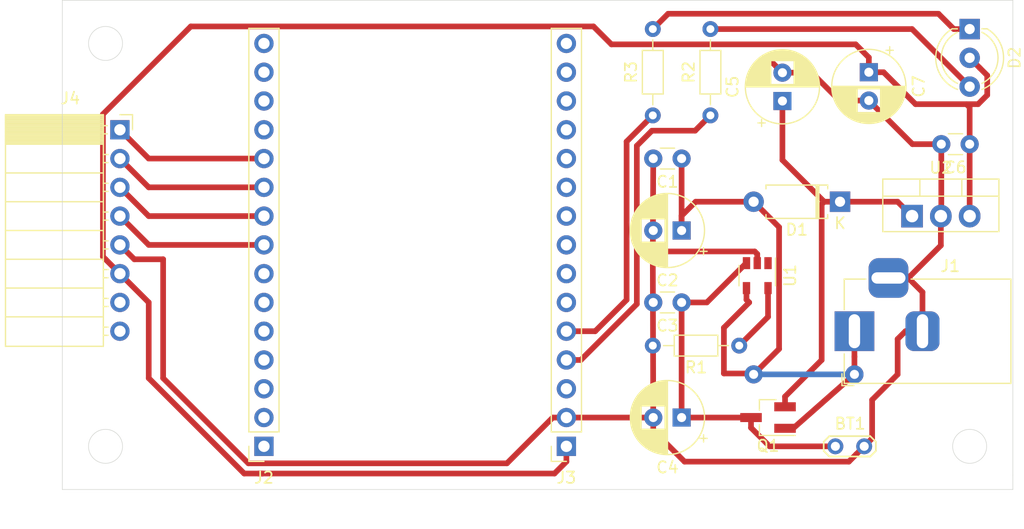
<source format=kicad_pcb>
(kicad_pcb (version 20171130) (host pcbnew 5.1.5-52549c5~86~ubuntu16.04.1)

  (general
    (thickness 1.6)
    (drawings 9)
    (tracks 135)
    (zones 0)
    (modules 20)
    (nets 40)
  )

  (page A4)
  (layers
    (0 F.Cu signal)
    (31 B.Cu signal)
    (32 B.Adhes user)
    (33 F.Adhes user)
    (34 B.Paste user)
    (35 F.Paste user)
    (36 B.SilkS user)
    (37 F.SilkS user)
    (38 B.Mask user)
    (39 F.Mask user)
    (40 Dwgs.User user)
    (41 Cmts.User user)
    (42 Eco1.User user)
    (43 Eco2.User user)
    (44 Edge.Cuts user)
    (45 Margin user)
    (46 B.CrtYd user)
    (47 F.CrtYd user)
    (48 B.Fab user)
    (49 F.Fab user)
  )

  (setup
    (last_trace_width 0.5)
    (user_trace_width 0.5)
    (trace_clearance 0.4)
    (zone_clearance 0.508)
    (zone_45_only no)
    (trace_min 0.2)
    (via_size 0.8)
    (via_drill 0.4)
    (via_min_size 0.4)
    (via_min_drill 0.3)
    (uvia_size 0.3)
    (uvia_drill 0.1)
    (uvias_allowed no)
    (uvia_min_size 0.2)
    (uvia_min_drill 0.1)
    (edge_width 0.05)
    (segment_width 0.2)
    (pcb_text_width 0.3)
    (pcb_text_size 1.5 1.5)
    (mod_edge_width 0.12)
    (mod_text_size 1 1)
    (mod_text_width 0.15)
    (pad_size 1.524 1.524)
    (pad_drill 0.762)
    (pad_to_mask_clearance 0.051)
    (solder_mask_min_width 0.25)
    (aux_axis_origin 0 0)
    (visible_elements FFFFFF7F)
    (pcbplotparams
      (layerselection 0x010fc_ffffffff)
      (usegerberextensions false)
      (usegerberattributes false)
      (usegerberadvancedattributes false)
      (creategerberjobfile false)
      (excludeedgelayer true)
      (linewidth 0.100000)
      (plotframeref false)
      (viasonmask false)
      (mode 1)
      (useauxorigin false)
      (hpglpennumber 1)
      (hpglpenspeed 20)
      (hpglpendiameter 15.000000)
      (psnegative false)
      (psa4output false)
      (plotreference true)
      (plotvalue true)
      (plotinvisibletext false)
      (padsonsilk false)
      (subtractmaskfromsilk false)
      (outputformat 1)
      (mirror false)
      (drillshape 1)
      (scaleselection 1)
      (outputdirectory ""))
  )

  (net 0 "")
  (net 1 "Net-(BT1-Pad1)")
  (net 2 GND)
  (net 3 +5V)
  (net 4 VCC)
  (net 5 +3V3)
  (net 6 "Net-(D2-Pad1)")
  (net 7 "Net-(D2-Pad3)")
  (net 8 "Net-(J2-Pad1)")
  (net 9 "Net-(J2-Pad2)")
  (net 10 "Net-(J2-Pad3)")
  (net 11 "Net-(J2-Pad4)")
  (net 12 "Net-(J2-Pad5)")
  (net 13 "Net-(J2-Pad6)")
  (net 14 "Net-(J2-Pad7)")
  (net 15 SPI_MOSI)
  (net 16 SPI_SS)
  (net 17 SPI_MISO)
  (net 18 SPI_SCK)
  (net 19 "Net-(J2-Pad12)")
  (net 20 "Net-(J2-Pad13)")
  (net 21 "Net-(J2-Pad14)")
  (net 22 "Net-(J2-Pad15)")
  (net 23 "Net-(J3-Pad15)")
  (net 24 "Net-(J3-Pad14)")
  (net 25 "Net-(J3-Pad13)")
  (net 26 "Net-(J3-Pad12)")
  (net 27 "Net-(J3-Pad11)")
  (net 28 "Net-(J3-Pad10)")
  (net 29 "Net-(J3-Pad9)")
  (net 30 "Net-(J3-Pad8)")
  (net 31 "Net-(J3-Pad7)")
  (net 32 "Net-(J3-Pad6)")
  (net 33 "Net-(J3-Pad5)")
  (net 34 "Net-(J3-Pad4)")
  (net 35 "Net-(J3-Pad3)")
  (net 36 "Net-(J4-Pad7)")
  (net 37 "Net-(J4-Pad8)")
  (net 38 "Net-(R1-Pad1)")
  (net 39 "Net-(U1-Pad1)")

  (net_class Default "This is the default net class."
    (clearance 0.4)
    (trace_width 0.5)
    (via_dia 0.8)
    (via_drill 0.4)
    (uvia_dia 0.3)
    (uvia_drill 0.1)
    (add_net +3V3)
    (add_net +5V)
    (add_net GND)
    (add_net "Net-(BT1-Pad1)")
    (add_net "Net-(D2-Pad1)")
    (add_net "Net-(D2-Pad3)")
    (add_net "Net-(J2-Pad1)")
    (add_net "Net-(J2-Pad12)")
    (add_net "Net-(J2-Pad13)")
    (add_net "Net-(J2-Pad14)")
    (add_net "Net-(J2-Pad15)")
    (add_net "Net-(J2-Pad2)")
    (add_net "Net-(J2-Pad3)")
    (add_net "Net-(J2-Pad4)")
    (add_net "Net-(J2-Pad5)")
    (add_net "Net-(J2-Pad6)")
    (add_net "Net-(J2-Pad7)")
    (add_net "Net-(J3-Pad10)")
    (add_net "Net-(J3-Pad11)")
    (add_net "Net-(J3-Pad12)")
    (add_net "Net-(J3-Pad13)")
    (add_net "Net-(J3-Pad14)")
    (add_net "Net-(J3-Pad15)")
    (add_net "Net-(J3-Pad3)")
    (add_net "Net-(J3-Pad4)")
    (add_net "Net-(J3-Pad5)")
    (add_net "Net-(J3-Pad6)")
    (add_net "Net-(J3-Pad7)")
    (add_net "Net-(J3-Pad8)")
    (add_net "Net-(J3-Pad9)")
    (add_net "Net-(J4-Pad7)")
    (add_net "Net-(J4-Pad8)")
    (add_net "Net-(R1-Pad1)")
    (add_net "Net-(U1-Pad1)")
    (add_net SPI_MISO)
    (add_net SPI_MOSI)
    (add_net SPI_SCK)
    (add_net SPI_SS)
    (add_net VCC)
  )

  (module Capacitor_THT:C_Disc_D3.0mm_W1.6mm_P2.50mm (layer F.Cu) (tedit 5AE50EF0) (tstamp 5E9A0DD6)
    (at 116.84 97.79 180)
    (descr "C, Disc series, Radial, pin pitch=2.50mm, , diameter*width=3.0*1.6mm^2, Capacitor, http://www.vishay.com/docs/45233/krseries.pdf")
    (tags "C Disc series Radial pin pitch 2.50mm  diameter 3.0mm width 1.6mm Capacitor")
    (path /5E964DE3)
    (fp_text reference C6 (at 1.25 -2.05) (layer F.SilkS)
      (effects (font (size 1 1) (thickness 0.15)))
    )
    (fp_text value 100n (at 1.25 2.05) (layer F.Fab)
      (effects (font (size 1 1) (thickness 0.15)))
    )
    (fp_line (start -0.25 -0.8) (end -0.25 0.8) (layer F.Fab) (width 0.1))
    (fp_line (start -0.25 0.8) (end 2.75 0.8) (layer F.Fab) (width 0.1))
    (fp_line (start 2.75 0.8) (end 2.75 -0.8) (layer F.Fab) (width 0.1))
    (fp_line (start 2.75 -0.8) (end -0.25 -0.8) (layer F.Fab) (width 0.1))
    (fp_line (start 0.621 -0.92) (end 1.879 -0.92) (layer F.SilkS) (width 0.12))
    (fp_line (start 0.621 0.92) (end 1.879 0.92) (layer F.SilkS) (width 0.12))
    (fp_line (start -1.05 -1.05) (end -1.05 1.05) (layer F.CrtYd) (width 0.05))
    (fp_line (start -1.05 1.05) (end 3.55 1.05) (layer F.CrtYd) (width 0.05))
    (fp_line (start 3.55 1.05) (end 3.55 -1.05) (layer F.CrtYd) (width 0.05))
    (fp_line (start 3.55 -1.05) (end -1.05 -1.05) (layer F.CrtYd) (width 0.05))
    (fp_text user %R (at 1.25 0) (layer F.Fab)
      (effects (font (size 0.6 0.6) (thickness 0.09)))
    )
    (pad 1 thru_hole circle (at 0 0 180) (size 1.6 1.6) (drill 0.8) (layers *.Cu *.Mask)
      (net 5 +3V3))
    (pad 2 thru_hole circle (at 2.5 0 180) (size 1.6 1.6) (drill 0.8) (layers *.Cu *.Mask)
      (net 2 GND))
    (model ${KISYS3DMOD}/Capacitor_THT.3dshapes/C_Disc_D3.0mm_W1.6mm_P2.50mm.wrl
      (at (xyz 0 0 0))
      (scale (xyz 1 1 1))
      (rotate (xyz 0 0 0))
    )
  )

  (module Capacitor_THT:CP_Radial_D6.3mm_P2.50mm (layer F.Cu) (tedit 5AE50EF0) (tstamp 5E9A0D31)
    (at 91.44 121.92 180)
    (descr "CP, Radial series, Radial, pin pitch=2.50mm, , diameter=6.3mm, Electrolytic Capacitor")
    (tags "CP Radial series Radial pin pitch 2.50mm  diameter 6.3mm Electrolytic Capacitor")
    (path /5E9974A0)
    (fp_text reference C4 (at 1.25 -4.4) (layer F.SilkS)
      (effects (font (size 1 1) (thickness 0.15)))
    )
    (fp_text value 10u (at 1.25 4.4) (layer F.Fab)
      (effects (font (size 1 1) (thickness 0.15)))
    )
    (fp_circle (center 1.25 0) (end 4.4 0) (layer F.Fab) (width 0.1))
    (fp_circle (center 1.25 0) (end 4.52 0) (layer F.SilkS) (width 0.12))
    (fp_circle (center 1.25 0) (end 4.65 0) (layer F.CrtYd) (width 0.05))
    (fp_line (start -1.443972 -1.3735) (end -0.813972 -1.3735) (layer F.Fab) (width 0.1))
    (fp_line (start -1.128972 -1.6885) (end -1.128972 -1.0585) (layer F.Fab) (width 0.1))
    (fp_line (start 1.25 -3.23) (end 1.25 3.23) (layer F.SilkS) (width 0.12))
    (fp_line (start 1.29 -3.23) (end 1.29 3.23) (layer F.SilkS) (width 0.12))
    (fp_line (start 1.33 -3.23) (end 1.33 3.23) (layer F.SilkS) (width 0.12))
    (fp_line (start 1.37 -3.228) (end 1.37 3.228) (layer F.SilkS) (width 0.12))
    (fp_line (start 1.41 -3.227) (end 1.41 3.227) (layer F.SilkS) (width 0.12))
    (fp_line (start 1.45 -3.224) (end 1.45 3.224) (layer F.SilkS) (width 0.12))
    (fp_line (start 1.49 -3.222) (end 1.49 -1.04) (layer F.SilkS) (width 0.12))
    (fp_line (start 1.49 1.04) (end 1.49 3.222) (layer F.SilkS) (width 0.12))
    (fp_line (start 1.53 -3.218) (end 1.53 -1.04) (layer F.SilkS) (width 0.12))
    (fp_line (start 1.53 1.04) (end 1.53 3.218) (layer F.SilkS) (width 0.12))
    (fp_line (start 1.57 -3.215) (end 1.57 -1.04) (layer F.SilkS) (width 0.12))
    (fp_line (start 1.57 1.04) (end 1.57 3.215) (layer F.SilkS) (width 0.12))
    (fp_line (start 1.61 -3.211) (end 1.61 -1.04) (layer F.SilkS) (width 0.12))
    (fp_line (start 1.61 1.04) (end 1.61 3.211) (layer F.SilkS) (width 0.12))
    (fp_line (start 1.65 -3.206) (end 1.65 -1.04) (layer F.SilkS) (width 0.12))
    (fp_line (start 1.65 1.04) (end 1.65 3.206) (layer F.SilkS) (width 0.12))
    (fp_line (start 1.69 -3.201) (end 1.69 -1.04) (layer F.SilkS) (width 0.12))
    (fp_line (start 1.69 1.04) (end 1.69 3.201) (layer F.SilkS) (width 0.12))
    (fp_line (start 1.73 -3.195) (end 1.73 -1.04) (layer F.SilkS) (width 0.12))
    (fp_line (start 1.73 1.04) (end 1.73 3.195) (layer F.SilkS) (width 0.12))
    (fp_line (start 1.77 -3.189) (end 1.77 -1.04) (layer F.SilkS) (width 0.12))
    (fp_line (start 1.77 1.04) (end 1.77 3.189) (layer F.SilkS) (width 0.12))
    (fp_line (start 1.81 -3.182) (end 1.81 -1.04) (layer F.SilkS) (width 0.12))
    (fp_line (start 1.81 1.04) (end 1.81 3.182) (layer F.SilkS) (width 0.12))
    (fp_line (start 1.85 -3.175) (end 1.85 -1.04) (layer F.SilkS) (width 0.12))
    (fp_line (start 1.85 1.04) (end 1.85 3.175) (layer F.SilkS) (width 0.12))
    (fp_line (start 1.89 -3.167) (end 1.89 -1.04) (layer F.SilkS) (width 0.12))
    (fp_line (start 1.89 1.04) (end 1.89 3.167) (layer F.SilkS) (width 0.12))
    (fp_line (start 1.93 -3.159) (end 1.93 -1.04) (layer F.SilkS) (width 0.12))
    (fp_line (start 1.93 1.04) (end 1.93 3.159) (layer F.SilkS) (width 0.12))
    (fp_line (start 1.971 -3.15) (end 1.971 -1.04) (layer F.SilkS) (width 0.12))
    (fp_line (start 1.971 1.04) (end 1.971 3.15) (layer F.SilkS) (width 0.12))
    (fp_line (start 2.011 -3.141) (end 2.011 -1.04) (layer F.SilkS) (width 0.12))
    (fp_line (start 2.011 1.04) (end 2.011 3.141) (layer F.SilkS) (width 0.12))
    (fp_line (start 2.051 -3.131) (end 2.051 -1.04) (layer F.SilkS) (width 0.12))
    (fp_line (start 2.051 1.04) (end 2.051 3.131) (layer F.SilkS) (width 0.12))
    (fp_line (start 2.091 -3.121) (end 2.091 -1.04) (layer F.SilkS) (width 0.12))
    (fp_line (start 2.091 1.04) (end 2.091 3.121) (layer F.SilkS) (width 0.12))
    (fp_line (start 2.131 -3.11) (end 2.131 -1.04) (layer F.SilkS) (width 0.12))
    (fp_line (start 2.131 1.04) (end 2.131 3.11) (layer F.SilkS) (width 0.12))
    (fp_line (start 2.171 -3.098) (end 2.171 -1.04) (layer F.SilkS) (width 0.12))
    (fp_line (start 2.171 1.04) (end 2.171 3.098) (layer F.SilkS) (width 0.12))
    (fp_line (start 2.211 -3.086) (end 2.211 -1.04) (layer F.SilkS) (width 0.12))
    (fp_line (start 2.211 1.04) (end 2.211 3.086) (layer F.SilkS) (width 0.12))
    (fp_line (start 2.251 -3.074) (end 2.251 -1.04) (layer F.SilkS) (width 0.12))
    (fp_line (start 2.251 1.04) (end 2.251 3.074) (layer F.SilkS) (width 0.12))
    (fp_line (start 2.291 -3.061) (end 2.291 -1.04) (layer F.SilkS) (width 0.12))
    (fp_line (start 2.291 1.04) (end 2.291 3.061) (layer F.SilkS) (width 0.12))
    (fp_line (start 2.331 -3.047) (end 2.331 -1.04) (layer F.SilkS) (width 0.12))
    (fp_line (start 2.331 1.04) (end 2.331 3.047) (layer F.SilkS) (width 0.12))
    (fp_line (start 2.371 -3.033) (end 2.371 -1.04) (layer F.SilkS) (width 0.12))
    (fp_line (start 2.371 1.04) (end 2.371 3.033) (layer F.SilkS) (width 0.12))
    (fp_line (start 2.411 -3.018) (end 2.411 -1.04) (layer F.SilkS) (width 0.12))
    (fp_line (start 2.411 1.04) (end 2.411 3.018) (layer F.SilkS) (width 0.12))
    (fp_line (start 2.451 -3.002) (end 2.451 -1.04) (layer F.SilkS) (width 0.12))
    (fp_line (start 2.451 1.04) (end 2.451 3.002) (layer F.SilkS) (width 0.12))
    (fp_line (start 2.491 -2.986) (end 2.491 -1.04) (layer F.SilkS) (width 0.12))
    (fp_line (start 2.491 1.04) (end 2.491 2.986) (layer F.SilkS) (width 0.12))
    (fp_line (start 2.531 -2.97) (end 2.531 -1.04) (layer F.SilkS) (width 0.12))
    (fp_line (start 2.531 1.04) (end 2.531 2.97) (layer F.SilkS) (width 0.12))
    (fp_line (start 2.571 -2.952) (end 2.571 -1.04) (layer F.SilkS) (width 0.12))
    (fp_line (start 2.571 1.04) (end 2.571 2.952) (layer F.SilkS) (width 0.12))
    (fp_line (start 2.611 -2.934) (end 2.611 -1.04) (layer F.SilkS) (width 0.12))
    (fp_line (start 2.611 1.04) (end 2.611 2.934) (layer F.SilkS) (width 0.12))
    (fp_line (start 2.651 -2.916) (end 2.651 -1.04) (layer F.SilkS) (width 0.12))
    (fp_line (start 2.651 1.04) (end 2.651 2.916) (layer F.SilkS) (width 0.12))
    (fp_line (start 2.691 -2.896) (end 2.691 -1.04) (layer F.SilkS) (width 0.12))
    (fp_line (start 2.691 1.04) (end 2.691 2.896) (layer F.SilkS) (width 0.12))
    (fp_line (start 2.731 -2.876) (end 2.731 -1.04) (layer F.SilkS) (width 0.12))
    (fp_line (start 2.731 1.04) (end 2.731 2.876) (layer F.SilkS) (width 0.12))
    (fp_line (start 2.771 -2.856) (end 2.771 -1.04) (layer F.SilkS) (width 0.12))
    (fp_line (start 2.771 1.04) (end 2.771 2.856) (layer F.SilkS) (width 0.12))
    (fp_line (start 2.811 -2.834) (end 2.811 -1.04) (layer F.SilkS) (width 0.12))
    (fp_line (start 2.811 1.04) (end 2.811 2.834) (layer F.SilkS) (width 0.12))
    (fp_line (start 2.851 -2.812) (end 2.851 -1.04) (layer F.SilkS) (width 0.12))
    (fp_line (start 2.851 1.04) (end 2.851 2.812) (layer F.SilkS) (width 0.12))
    (fp_line (start 2.891 -2.79) (end 2.891 -1.04) (layer F.SilkS) (width 0.12))
    (fp_line (start 2.891 1.04) (end 2.891 2.79) (layer F.SilkS) (width 0.12))
    (fp_line (start 2.931 -2.766) (end 2.931 -1.04) (layer F.SilkS) (width 0.12))
    (fp_line (start 2.931 1.04) (end 2.931 2.766) (layer F.SilkS) (width 0.12))
    (fp_line (start 2.971 -2.742) (end 2.971 -1.04) (layer F.SilkS) (width 0.12))
    (fp_line (start 2.971 1.04) (end 2.971 2.742) (layer F.SilkS) (width 0.12))
    (fp_line (start 3.011 -2.716) (end 3.011 -1.04) (layer F.SilkS) (width 0.12))
    (fp_line (start 3.011 1.04) (end 3.011 2.716) (layer F.SilkS) (width 0.12))
    (fp_line (start 3.051 -2.69) (end 3.051 -1.04) (layer F.SilkS) (width 0.12))
    (fp_line (start 3.051 1.04) (end 3.051 2.69) (layer F.SilkS) (width 0.12))
    (fp_line (start 3.091 -2.664) (end 3.091 -1.04) (layer F.SilkS) (width 0.12))
    (fp_line (start 3.091 1.04) (end 3.091 2.664) (layer F.SilkS) (width 0.12))
    (fp_line (start 3.131 -2.636) (end 3.131 -1.04) (layer F.SilkS) (width 0.12))
    (fp_line (start 3.131 1.04) (end 3.131 2.636) (layer F.SilkS) (width 0.12))
    (fp_line (start 3.171 -2.607) (end 3.171 -1.04) (layer F.SilkS) (width 0.12))
    (fp_line (start 3.171 1.04) (end 3.171 2.607) (layer F.SilkS) (width 0.12))
    (fp_line (start 3.211 -2.578) (end 3.211 -1.04) (layer F.SilkS) (width 0.12))
    (fp_line (start 3.211 1.04) (end 3.211 2.578) (layer F.SilkS) (width 0.12))
    (fp_line (start 3.251 -2.548) (end 3.251 -1.04) (layer F.SilkS) (width 0.12))
    (fp_line (start 3.251 1.04) (end 3.251 2.548) (layer F.SilkS) (width 0.12))
    (fp_line (start 3.291 -2.516) (end 3.291 -1.04) (layer F.SilkS) (width 0.12))
    (fp_line (start 3.291 1.04) (end 3.291 2.516) (layer F.SilkS) (width 0.12))
    (fp_line (start 3.331 -2.484) (end 3.331 -1.04) (layer F.SilkS) (width 0.12))
    (fp_line (start 3.331 1.04) (end 3.331 2.484) (layer F.SilkS) (width 0.12))
    (fp_line (start 3.371 -2.45) (end 3.371 -1.04) (layer F.SilkS) (width 0.12))
    (fp_line (start 3.371 1.04) (end 3.371 2.45) (layer F.SilkS) (width 0.12))
    (fp_line (start 3.411 -2.416) (end 3.411 -1.04) (layer F.SilkS) (width 0.12))
    (fp_line (start 3.411 1.04) (end 3.411 2.416) (layer F.SilkS) (width 0.12))
    (fp_line (start 3.451 -2.38) (end 3.451 -1.04) (layer F.SilkS) (width 0.12))
    (fp_line (start 3.451 1.04) (end 3.451 2.38) (layer F.SilkS) (width 0.12))
    (fp_line (start 3.491 -2.343) (end 3.491 -1.04) (layer F.SilkS) (width 0.12))
    (fp_line (start 3.491 1.04) (end 3.491 2.343) (layer F.SilkS) (width 0.12))
    (fp_line (start 3.531 -2.305) (end 3.531 -1.04) (layer F.SilkS) (width 0.12))
    (fp_line (start 3.531 1.04) (end 3.531 2.305) (layer F.SilkS) (width 0.12))
    (fp_line (start 3.571 -2.265) (end 3.571 2.265) (layer F.SilkS) (width 0.12))
    (fp_line (start 3.611 -2.224) (end 3.611 2.224) (layer F.SilkS) (width 0.12))
    (fp_line (start 3.651 -2.182) (end 3.651 2.182) (layer F.SilkS) (width 0.12))
    (fp_line (start 3.691 -2.137) (end 3.691 2.137) (layer F.SilkS) (width 0.12))
    (fp_line (start 3.731 -2.092) (end 3.731 2.092) (layer F.SilkS) (width 0.12))
    (fp_line (start 3.771 -2.044) (end 3.771 2.044) (layer F.SilkS) (width 0.12))
    (fp_line (start 3.811 -1.995) (end 3.811 1.995) (layer F.SilkS) (width 0.12))
    (fp_line (start 3.851 -1.944) (end 3.851 1.944) (layer F.SilkS) (width 0.12))
    (fp_line (start 3.891 -1.89) (end 3.891 1.89) (layer F.SilkS) (width 0.12))
    (fp_line (start 3.931 -1.834) (end 3.931 1.834) (layer F.SilkS) (width 0.12))
    (fp_line (start 3.971 -1.776) (end 3.971 1.776) (layer F.SilkS) (width 0.12))
    (fp_line (start 4.011 -1.714) (end 4.011 1.714) (layer F.SilkS) (width 0.12))
    (fp_line (start 4.051 -1.65) (end 4.051 1.65) (layer F.SilkS) (width 0.12))
    (fp_line (start 4.091 -1.581) (end 4.091 1.581) (layer F.SilkS) (width 0.12))
    (fp_line (start 4.131 -1.509) (end 4.131 1.509) (layer F.SilkS) (width 0.12))
    (fp_line (start 4.171 -1.432) (end 4.171 1.432) (layer F.SilkS) (width 0.12))
    (fp_line (start 4.211 -1.35) (end 4.211 1.35) (layer F.SilkS) (width 0.12))
    (fp_line (start 4.251 -1.262) (end 4.251 1.262) (layer F.SilkS) (width 0.12))
    (fp_line (start 4.291 -1.165) (end 4.291 1.165) (layer F.SilkS) (width 0.12))
    (fp_line (start 4.331 -1.059) (end 4.331 1.059) (layer F.SilkS) (width 0.12))
    (fp_line (start 4.371 -0.94) (end 4.371 0.94) (layer F.SilkS) (width 0.12))
    (fp_line (start 4.411 -0.802) (end 4.411 0.802) (layer F.SilkS) (width 0.12))
    (fp_line (start 4.451 -0.633) (end 4.451 0.633) (layer F.SilkS) (width 0.12))
    (fp_line (start 4.491 -0.402) (end 4.491 0.402) (layer F.SilkS) (width 0.12))
    (fp_line (start -2.250241 -1.839) (end -1.620241 -1.839) (layer F.SilkS) (width 0.12))
    (fp_line (start -1.935241 -2.154) (end -1.935241 -1.524) (layer F.SilkS) (width 0.12))
    (fp_text user %R (at 1.25 0) (layer F.Fab)
      (effects (font (size 1 1) (thickness 0.15)))
    )
    (pad 1 thru_hole rect (at 0 0 180) (size 1.6 1.6) (drill 0.8) (layers *.Cu *.Mask)
      (net 1 "Net-(BT1-Pad1)"))
    (pad 2 thru_hole circle (at 2.5 0 180) (size 1.6 1.6) (drill 0.8) (layers *.Cu *.Mask)
      (net 2 GND))
    (model ${KISYS3DMOD}/Capacitor_THT.3dshapes/CP_Radial_D6.3mm_P2.50mm.wrl
      (at (xyz 0 0 0))
      (scale (xyz 1 1 1))
      (rotate (xyz 0 0 0))
    )
  )

  (module Package_TO_SOT_THT:TO-220-3_Vertical (layer F.Cu) (tedit 5AC8BA0D) (tstamp 5E9A0FEF)
    (at 111.76 104.14)
    (descr "TO-220-3, Vertical, RM 2.54mm, see https://www.vishay.com/docs/66542/to-220-1.pdf")
    (tags "TO-220-3 Vertical RM 2.54mm")
    (path /5E9B4988)
    (fp_text reference U2 (at 2.54 -4.27) (layer F.SilkS)
      (effects (font (size 1 1) (thickness 0.15)))
    )
    (fp_text value LF33_TO220 (at 2.54 2.5) (layer F.Fab)
      (effects (font (size 1 1) (thickness 0.15)))
    )
    (fp_line (start -2.46 -3.15) (end -2.46 1.25) (layer F.Fab) (width 0.1))
    (fp_line (start -2.46 1.25) (end 7.54 1.25) (layer F.Fab) (width 0.1))
    (fp_line (start 7.54 1.25) (end 7.54 -3.15) (layer F.Fab) (width 0.1))
    (fp_line (start 7.54 -3.15) (end -2.46 -3.15) (layer F.Fab) (width 0.1))
    (fp_line (start -2.46 -1.88) (end 7.54 -1.88) (layer F.Fab) (width 0.1))
    (fp_line (start 0.69 -3.15) (end 0.69 -1.88) (layer F.Fab) (width 0.1))
    (fp_line (start 4.39 -3.15) (end 4.39 -1.88) (layer F.Fab) (width 0.1))
    (fp_line (start -2.58 -3.27) (end 7.66 -3.27) (layer F.SilkS) (width 0.12))
    (fp_line (start -2.58 1.371) (end 7.66 1.371) (layer F.SilkS) (width 0.12))
    (fp_line (start -2.58 -3.27) (end -2.58 1.371) (layer F.SilkS) (width 0.12))
    (fp_line (start 7.66 -3.27) (end 7.66 1.371) (layer F.SilkS) (width 0.12))
    (fp_line (start -2.58 -1.76) (end 7.66 -1.76) (layer F.SilkS) (width 0.12))
    (fp_line (start 0.69 -3.27) (end 0.69 -1.76) (layer F.SilkS) (width 0.12))
    (fp_line (start 4.391 -3.27) (end 4.391 -1.76) (layer F.SilkS) (width 0.12))
    (fp_line (start -2.71 -3.4) (end -2.71 1.51) (layer F.CrtYd) (width 0.05))
    (fp_line (start -2.71 1.51) (end 7.79 1.51) (layer F.CrtYd) (width 0.05))
    (fp_line (start 7.79 1.51) (end 7.79 -3.4) (layer F.CrtYd) (width 0.05))
    (fp_line (start 7.79 -3.4) (end -2.71 -3.4) (layer F.CrtYd) (width 0.05))
    (fp_text user %R (at 2.54 -4.27) (layer F.Fab)
      (effects (font (size 1 1) (thickness 0.15)))
    )
    (pad 1 thru_hole rect (at 0 0) (size 1.905 2) (drill 1.1) (layers *.Cu *.Mask)
      (net 4 VCC))
    (pad 2 thru_hole oval (at 2.54 0) (size 1.905 2) (drill 1.1) (layers *.Cu *.Mask)
      (net 2 GND))
    (pad 3 thru_hole oval (at 5.08 0) (size 1.905 2) (drill 1.1) (layers *.Cu *.Mask)
      (net 5 +3V3))
    (model ${KISYS3DMOD}/Package_TO_SOT_THT.3dshapes/TO-220-3_Vertical.wrl
      (at (xyz 0 0 0))
      (scale (xyz 1 1 1))
      (rotate (xyz 0 0 0))
    )
  )

  (module Diode_THT:D_A-405_P7.62mm_Horizontal (layer F.Cu) (tedit 5AE50CD5) (tstamp 5E9A0E89)
    (at 105.41 102.87 180)
    (descr "Diode, A-405 series, Axial, Horizontal, pin pitch=7.62mm, , length*diameter=5.2*2.7mm^2, , http://www.diodes.com/_files/packages/A-405.pdf")
    (tags "Diode A-405 series Axial Horizontal pin pitch 7.62mm  length 5.2mm diameter 2.7mm")
    (path /5E94FD37)
    (fp_text reference D1 (at 3.81 -2.47) (layer F.SilkS)
      (effects (font (size 1 1) (thickness 0.15)))
    )
    (fp_text value D_SHOTTKY (at 3.81 2.47) (layer F.Fab)
      (effects (font (size 1 1) (thickness 0.15)))
    )
    (fp_line (start 1.21 -1.35) (end 1.21 1.35) (layer F.Fab) (width 0.1))
    (fp_line (start 1.21 1.35) (end 6.41 1.35) (layer F.Fab) (width 0.1))
    (fp_line (start 6.41 1.35) (end 6.41 -1.35) (layer F.Fab) (width 0.1))
    (fp_line (start 6.41 -1.35) (end 1.21 -1.35) (layer F.Fab) (width 0.1))
    (fp_line (start 0 0) (end 1.21 0) (layer F.Fab) (width 0.1))
    (fp_line (start 7.62 0) (end 6.41 0) (layer F.Fab) (width 0.1))
    (fp_line (start 1.99 -1.35) (end 1.99 1.35) (layer F.Fab) (width 0.1))
    (fp_line (start 2.09 -1.35) (end 2.09 1.35) (layer F.Fab) (width 0.1))
    (fp_line (start 1.89 -1.35) (end 1.89 1.35) (layer F.Fab) (width 0.1))
    (fp_line (start 1.09 -1.14) (end 1.09 -1.47) (layer F.SilkS) (width 0.12))
    (fp_line (start 1.09 -1.47) (end 6.53 -1.47) (layer F.SilkS) (width 0.12))
    (fp_line (start 6.53 -1.47) (end 6.53 -1.14) (layer F.SilkS) (width 0.12))
    (fp_line (start 1.09 1.14) (end 1.09 1.47) (layer F.SilkS) (width 0.12))
    (fp_line (start 1.09 1.47) (end 6.53 1.47) (layer F.SilkS) (width 0.12))
    (fp_line (start 6.53 1.47) (end 6.53 1.14) (layer F.SilkS) (width 0.12))
    (fp_line (start 1.99 -1.47) (end 1.99 1.47) (layer F.SilkS) (width 0.12))
    (fp_line (start 2.11 -1.47) (end 2.11 1.47) (layer F.SilkS) (width 0.12))
    (fp_line (start 1.87 -1.47) (end 1.87 1.47) (layer F.SilkS) (width 0.12))
    (fp_line (start -1.15 -1.6) (end -1.15 1.6) (layer F.CrtYd) (width 0.05))
    (fp_line (start -1.15 1.6) (end 8.77 1.6) (layer F.CrtYd) (width 0.05))
    (fp_line (start 8.77 1.6) (end 8.77 -1.6) (layer F.CrtYd) (width 0.05))
    (fp_line (start 8.77 -1.6) (end -1.15 -1.6) (layer F.CrtYd) (width 0.05))
    (fp_text user %R (at 4.2 0) (layer F.Fab)
      (effects (font (size 1 1) (thickness 0.15)))
    )
    (fp_text user K (at 0 -1.9) (layer F.Fab)
      (effects (font (size 1 1) (thickness 0.15)))
    )
    (fp_text user K (at 0 -1.9) (layer F.SilkS)
      (effects (font (size 1 1) (thickness 0.15)))
    )
    (pad 1 thru_hole rect (at 0 0 180) (size 1.8 1.8) (drill 0.9) (layers *.Cu *.Mask)
      (net 4 VCC))
    (pad 2 thru_hole oval (at 7.62 0 180) (size 1.8 1.8) (drill 0.9) (layers *.Cu *.Mask)
      (net 3 +5V))
    (model ${KISYS3DMOD}/Diode_THT.3dshapes/D_A-405_P7.62mm_Horizontal.wrl
      (at (xyz 0 0 0))
      (scale (xyz 1 1 1))
      (rotate (xyz 0 0 0))
    )
  )

  (module Package_TO_SOT_SMD:SOT-23_Handsoldering (layer F.Cu) (tedit 5A0AB76C) (tstamp 5E9A0F7B)
    (at 99.06 121.92 180)
    (descr "SOT-23, Handsoldering")
    (tags SOT-23)
    (path /5E935AD4)
    (attr smd)
    (fp_text reference Q1 (at 0 -2.5) (layer F.SilkS)
      (effects (font (size 1 1) (thickness 0.15)))
    )
    (fp_text value Q_PMOS_GSD (at 0 2.5) (layer F.Fab)
      (effects (font (size 1 1) (thickness 0.15)))
    )
    (fp_text user %R (at 0 0 90) (layer F.Fab)
      (effects (font (size 0.5 0.5) (thickness 0.075)))
    )
    (fp_line (start 0.76 1.58) (end 0.76 0.65) (layer F.SilkS) (width 0.12))
    (fp_line (start 0.76 -1.58) (end 0.76 -0.65) (layer F.SilkS) (width 0.12))
    (fp_line (start -2.7 -1.75) (end 2.7 -1.75) (layer F.CrtYd) (width 0.05))
    (fp_line (start 2.7 -1.75) (end 2.7 1.75) (layer F.CrtYd) (width 0.05))
    (fp_line (start 2.7 1.75) (end -2.7 1.75) (layer F.CrtYd) (width 0.05))
    (fp_line (start -2.7 1.75) (end -2.7 -1.75) (layer F.CrtYd) (width 0.05))
    (fp_line (start 0.76 -1.58) (end -2.4 -1.58) (layer F.SilkS) (width 0.12))
    (fp_line (start -0.7 -0.95) (end -0.7 1.5) (layer F.Fab) (width 0.1))
    (fp_line (start -0.15 -1.52) (end 0.7 -1.52) (layer F.Fab) (width 0.1))
    (fp_line (start -0.7 -0.95) (end -0.15 -1.52) (layer F.Fab) (width 0.1))
    (fp_line (start 0.7 -1.52) (end 0.7 1.52) (layer F.Fab) (width 0.1))
    (fp_line (start -0.7 1.52) (end 0.7 1.52) (layer F.Fab) (width 0.1))
    (fp_line (start 0.76 1.58) (end -0.7 1.58) (layer F.SilkS) (width 0.12))
    (pad 1 smd rect (at -1.5 -0.95 180) (size 1.9 0.8) (layers F.Cu F.Paste F.Mask)
      (net 3 +5V))
    (pad 2 smd rect (at -1.5 0.95 180) (size 1.9 0.8) (layers F.Cu F.Paste F.Mask)
      (net 4 VCC))
    (pad 3 smd rect (at 1.5 0 180) (size 1.9 0.8) (layers F.Cu F.Paste F.Mask)
      (net 1 "Net-(BT1-Pad1)"))
    (model ${KISYS3DMOD}/Package_TO_SOT_SMD.3dshapes/SOT-23.wrl
      (at (xyz 0 0 0))
      (scale (xyz 1 1 1))
      (rotate (xyz 0 0 0))
    )
  )

  (module Resistor_THT:R_Axial_DIN0204_L3.6mm_D1.6mm_P7.62mm_Horizontal (layer F.Cu) (tedit 5AE5139B) (tstamp 5E9A0F92)
    (at 96.52 115.57 180)
    (descr "Resistor, Axial_DIN0204 series, Axial, Horizontal, pin pitch=7.62mm, 0.167W, length*diameter=3.6*1.6mm^2, http://cdn-reichelt.de/documents/datenblatt/B400/1_4W%23YAG.pdf")
    (tags "Resistor Axial_DIN0204 series Axial Horizontal pin pitch 7.62mm 0.167W length 3.6mm diameter 1.6mm")
    (path /5E9550F3)
    (fp_text reference R1 (at 3.81 -1.92) (layer F.SilkS)
      (effects (font (size 1 1) (thickness 0.15)))
    )
    (fp_text value 2k (at 3.81 1.92) (layer F.Fab)
      (effects (font (size 1 1) (thickness 0.15)))
    )
    (fp_line (start 2.01 -0.8) (end 2.01 0.8) (layer F.Fab) (width 0.1))
    (fp_line (start 2.01 0.8) (end 5.61 0.8) (layer F.Fab) (width 0.1))
    (fp_line (start 5.61 0.8) (end 5.61 -0.8) (layer F.Fab) (width 0.1))
    (fp_line (start 5.61 -0.8) (end 2.01 -0.8) (layer F.Fab) (width 0.1))
    (fp_line (start 0 0) (end 2.01 0) (layer F.Fab) (width 0.1))
    (fp_line (start 7.62 0) (end 5.61 0) (layer F.Fab) (width 0.1))
    (fp_line (start 1.89 -0.92) (end 1.89 0.92) (layer F.SilkS) (width 0.12))
    (fp_line (start 1.89 0.92) (end 5.73 0.92) (layer F.SilkS) (width 0.12))
    (fp_line (start 5.73 0.92) (end 5.73 -0.92) (layer F.SilkS) (width 0.12))
    (fp_line (start 5.73 -0.92) (end 1.89 -0.92) (layer F.SilkS) (width 0.12))
    (fp_line (start 0.94 0) (end 1.89 0) (layer F.SilkS) (width 0.12))
    (fp_line (start 6.68 0) (end 5.73 0) (layer F.SilkS) (width 0.12))
    (fp_line (start -0.95 -1.05) (end -0.95 1.05) (layer F.CrtYd) (width 0.05))
    (fp_line (start -0.95 1.05) (end 8.57 1.05) (layer F.CrtYd) (width 0.05))
    (fp_line (start 8.57 1.05) (end 8.57 -1.05) (layer F.CrtYd) (width 0.05))
    (fp_line (start 8.57 -1.05) (end -0.95 -1.05) (layer F.CrtYd) (width 0.05))
    (fp_text user %R (at 3.81 0) (layer F.Fab)
      (effects (font (size 0.72 0.72) (thickness 0.108)))
    )
    (pad 1 thru_hole circle (at 0 0 180) (size 1.4 1.4) (drill 0.7) (layers *.Cu *.Mask)
      (net 38 "Net-(R1-Pad1)"))
    (pad 2 thru_hole oval (at 7.62 0 180) (size 1.4 1.4) (drill 0.7) (layers *.Cu *.Mask)
      (net 2 GND))
    (model ${KISYS3DMOD}/Resistor_THT.3dshapes/R_Axial_DIN0204_L3.6mm_D1.6mm_P7.62mm_Horizontal.wrl
      (at (xyz 0 0 0))
      (scale (xyz 1 1 1))
      (rotate (xyz 0 0 0))
    )
  )

  (module Capacitor_THT:C_Disc_D3.0mm_W1.6mm_P2.50mm (layer F.Cu) (tedit 5AE50EF0) (tstamp 5E9A0BF8)
    (at 91.44 99.06 180)
    (descr "C, Disc series, Radial, pin pitch=2.50mm, , diameter*width=3.0*1.6mm^2, Capacitor, http://www.vishay.com/docs/45233/krseries.pdf")
    (tags "C Disc series Radial pin pitch 2.50mm  diameter 3.0mm width 1.6mm Capacitor")
    (path /5E950B8F)
    (fp_text reference C1 (at 1.25 -2.05) (layer F.SilkS)
      (effects (font (size 1 1) (thickness 0.15)))
    )
    (fp_text value 100n (at 1.25 2.05) (layer F.Fab)
      (effects (font (size 1 1) (thickness 0.15)))
    )
    (fp_text user %R (at 1.25 0) (layer F.Fab)
      (effects (font (size 0.6 0.6) (thickness 0.09)))
    )
    (fp_line (start 3.55 -1.05) (end -1.05 -1.05) (layer F.CrtYd) (width 0.05))
    (fp_line (start 3.55 1.05) (end 3.55 -1.05) (layer F.CrtYd) (width 0.05))
    (fp_line (start -1.05 1.05) (end 3.55 1.05) (layer F.CrtYd) (width 0.05))
    (fp_line (start -1.05 -1.05) (end -1.05 1.05) (layer F.CrtYd) (width 0.05))
    (fp_line (start 0.621 0.92) (end 1.879 0.92) (layer F.SilkS) (width 0.12))
    (fp_line (start 0.621 -0.92) (end 1.879 -0.92) (layer F.SilkS) (width 0.12))
    (fp_line (start 2.75 -0.8) (end -0.25 -0.8) (layer F.Fab) (width 0.1))
    (fp_line (start 2.75 0.8) (end 2.75 -0.8) (layer F.Fab) (width 0.1))
    (fp_line (start -0.25 0.8) (end 2.75 0.8) (layer F.Fab) (width 0.1))
    (fp_line (start -0.25 -0.8) (end -0.25 0.8) (layer F.Fab) (width 0.1))
    (pad 2 thru_hole circle (at 2.5 0 180) (size 1.6 1.6) (drill 0.8) (layers *.Cu *.Mask)
      (net 2 GND))
    (pad 1 thru_hole circle (at 0 0 180) (size 1.6 1.6) (drill 0.8) (layers *.Cu *.Mask)
      (net 3 +5V))
    (model ${KISYS3DMOD}/Capacitor_THT.3dshapes/C_Disc_D3.0mm_W1.6mm_P2.50mm.wrl
      (at (xyz 0 0 0))
      (scale (xyz 1 1 1))
      (rotate (xyz 0 0 0))
    )
  )

  (module Capacitor_THT:CP_Radial_D6.3mm_P2.50mm (layer F.Cu) (tedit 5AE50EF0) (tstamp 5E9A0C8C)
    (at 91.44 105.41 180)
    (descr "CP, Radial series, Radial, pin pitch=2.50mm, , diameter=6.3mm, Electrolytic Capacitor")
    (tags "CP Radial series Radial pin pitch 2.50mm  diameter 6.3mm Electrolytic Capacitor")
    (path /5E99DB98)
    (fp_text reference C2 (at 1.25 -4.4) (layer F.SilkS)
      (effects (font (size 1 1) (thickness 0.15)))
    )
    (fp_text value 10u (at 1.25 4.4) (layer F.Fab)
      (effects (font (size 1 1) (thickness 0.15)))
    )
    (fp_text user %R (at 1.25 0) (layer F.Fab)
      (effects (font (size 1 1) (thickness 0.15)))
    )
    (fp_line (start -1.935241 -2.154) (end -1.935241 -1.524) (layer F.SilkS) (width 0.12))
    (fp_line (start -2.250241 -1.839) (end -1.620241 -1.839) (layer F.SilkS) (width 0.12))
    (fp_line (start 4.491 -0.402) (end 4.491 0.402) (layer F.SilkS) (width 0.12))
    (fp_line (start 4.451 -0.633) (end 4.451 0.633) (layer F.SilkS) (width 0.12))
    (fp_line (start 4.411 -0.802) (end 4.411 0.802) (layer F.SilkS) (width 0.12))
    (fp_line (start 4.371 -0.94) (end 4.371 0.94) (layer F.SilkS) (width 0.12))
    (fp_line (start 4.331 -1.059) (end 4.331 1.059) (layer F.SilkS) (width 0.12))
    (fp_line (start 4.291 -1.165) (end 4.291 1.165) (layer F.SilkS) (width 0.12))
    (fp_line (start 4.251 -1.262) (end 4.251 1.262) (layer F.SilkS) (width 0.12))
    (fp_line (start 4.211 -1.35) (end 4.211 1.35) (layer F.SilkS) (width 0.12))
    (fp_line (start 4.171 -1.432) (end 4.171 1.432) (layer F.SilkS) (width 0.12))
    (fp_line (start 4.131 -1.509) (end 4.131 1.509) (layer F.SilkS) (width 0.12))
    (fp_line (start 4.091 -1.581) (end 4.091 1.581) (layer F.SilkS) (width 0.12))
    (fp_line (start 4.051 -1.65) (end 4.051 1.65) (layer F.SilkS) (width 0.12))
    (fp_line (start 4.011 -1.714) (end 4.011 1.714) (layer F.SilkS) (width 0.12))
    (fp_line (start 3.971 -1.776) (end 3.971 1.776) (layer F.SilkS) (width 0.12))
    (fp_line (start 3.931 -1.834) (end 3.931 1.834) (layer F.SilkS) (width 0.12))
    (fp_line (start 3.891 -1.89) (end 3.891 1.89) (layer F.SilkS) (width 0.12))
    (fp_line (start 3.851 -1.944) (end 3.851 1.944) (layer F.SilkS) (width 0.12))
    (fp_line (start 3.811 -1.995) (end 3.811 1.995) (layer F.SilkS) (width 0.12))
    (fp_line (start 3.771 -2.044) (end 3.771 2.044) (layer F.SilkS) (width 0.12))
    (fp_line (start 3.731 -2.092) (end 3.731 2.092) (layer F.SilkS) (width 0.12))
    (fp_line (start 3.691 -2.137) (end 3.691 2.137) (layer F.SilkS) (width 0.12))
    (fp_line (start 3.651 -2.182) (end 3.651 2.182) (layer F.SilkS) (width 0.12))
    (fp_line (start 3.611 -2.224) (end 3.611 2.224) (layer F.SilkS) (width 0.12))
    (fp_line (start 3.571 -2.265) (end 3.571 2.265) (layer F.SilkS) (width 0.12))
    (fp_line (start 3.531 1.04) (end 3.531 2.305) (layer F.SilkS) (width 0.12))
    (fp_line (start 3.531 -2.305) (end 3.531 -1.04) (layer F.SilkS) (width 0.12))
    (fp_line (start 3.491 1.04) (end 3.491 2.343) (layer F.SilkS) (width 0.12))
    (fp_line (start 3.491 -2.343) (end 3.491 -1.04) (layer F.SilkS) (width 0.12))
    (fp_line (start 3.451 1.04) (end 3.451 2.38) (layer F.SilkS) (width 0.12))
    (fp_line (start 3.451 -2.38) (end 3.451 -1.04) (layer F.SilkS) (width 0.12))
    (fp_line (start 3.411 1.04) (end 3.411 2.416) (layer F.SilkS) (width 0.12))
    (fp_line (start 3.411 -2.416) (end 3.411 -1.04) (layer F.SilkS) (width 0.12))
    (fp_line (start 3.371 1.04) (end 3.371 2.45) (layer F.SilkS) (width 0.12))
    (fp_line (start 3.371 -2.45) (end 3.371 -1.04) (layer F.SilkS) (width 0.12))
    (fp_line (start 3.331 1.04) (end 3.331 2.484) (layer F.SilkS) (width 0.12))
    (fp_line (start 3.331 -2.484) (end 3.331 -1.04) (layer F.SilkS) (width 0.12))
    (fp_line (start 3.291 1.04) (end 3.291 2.516) (layer F.SilkS) (width 0.12))
    (fp_line (start 3.291 -2.516) (end 3.291 -1.04) (layer F.SilkS) (width 0.12))
    (fp_line (start 3.251 1.04) (end 3.251 2.548) (layer F.SilkS) (width 0.12))
    (fp_line (start 3.251 -2.548) (end 3.251 -1.04) (layer F.SilkS) (width 0.12))
    (fp_line (start 3.211 1.04) (end 3.211 2.578) (layer F.SilkS) (width 0.12))
    (fp_line (start 3.211 -2.578) (end 3.211 -1.04) (layer F.SilkS) (width 0.12))
    (fp_line (start 3.171 1.04) (end 3.171 2.607) (layer F.SilkS) (width 0.12))
    (fp_line (start 3.171 -2.607) (end 3.171 -1.04) (layer F.SilkS) (width 0.12))
    (fp_line (start 3.131 1.04) (end 3.131 2.636) (layer F.SilkS) (width 0.12))
    (fp_line (start 3.131 -2.636) (end 3.131 -1.04) (layer F.SilkS) (width 0.12))
    (fp_line (start 3.091 1.04) (end 3.091 2.664) (layer F.SilkS) (width 0.12))
    (fp_line (start 3.091 -2.664) (end 3.091 -1.04) (layer F.SilkS) (width 0.12))
    (fp_line (start 3.051 1.04) (end 3.051 2.69) (layer F.SilkS) (width 0.12))
    (fp_line (start 3.051 -2.69) (end 3.051 -1.04) (layer F.SilkS) (width 0.12))
    (fp_line (start 3.011 1.04) (end 3.011 2.716) (layer F.SilkS) (width 0.12))
    (fp_line (start 3.011 -2.716) (end 3.011 -1.04) (layer F.SilkS) (width 0.12))
    (fp_line (start 2.971 1.04) (end 2.971 2.742) (layer F.SilkS) (width 0.12))
    (fp_line (start 2.971 -2.742) (end 2.971 -1.04) (layer F.SilkS) (width 0.12))
    (fp_line (start 2.931 1.04) (end 2.931 2.766) (layer F.SilkS) (width 0.12))
    (fp_line (start 2.931 -2.766) (end 2.931 -1.04) (layer F.SilkS) (width 0.12))
    (fp_line (start 2.891 1.04) (end 2.891 2.79) (layer F.SilkS) (width 0.12))
    (fp_line (start 2.891 -2.79) (end 2.891 -1.04) (layer F.SilkS) (width 0.12))
    (fp_line (start 2.851 1.04) (end 2.851 2.812) (layer F.SilkS) (width 0.12))
    (fp_line (start 2.851 -2.812) (end 2.851 -1.04) (layer F.SilkS) (width 0.12))
    (fp_line (start 2.811 1.04) (end 2.811 2.834) (layer F.SilkS) (width 0.12))
    (fp_line (start 2.811 -2.834) (end 2.811 -1.04) (layer F.SilkS) (width 0.12))
    (fp_line (start 2.771 1.04) (end 2.771 2.856) (layer F.SilkS) (width 0.12))
    (fp_line (start 2.771 -2.856) (end 2.771 -1.04) (layer F.SilkS) (width 0.12))
    (fp_line (start 2.731 1.04) (end 2.731 2.876) (layer F.SilkS) (width 0.12))
    (fp_line (start 2.731 -2.876) (end 2.731 -1.04) (layer F.SilkS) (width 0.12))
    (fp_line (start 2.691 1.04) (end 2.691 2.896) (layer F.SilkS) (width 0.12))
    (fp_line (start 2.691 -2.896) (end 2.691 -1.04) (layer F.SilkS) (width 0.12))
    (fp_line (start 2.651 1.04) (end 2.651 2.916) (layer F.SilkS) (width 0.12))
    (fp_line (start 2.651 -2.916) (end 2.651 -1.04) (layer F.SilkS) (width 0.12))
    (fp_line (start 2.611 1.04) (end 2.611 2.934) (layer F.SilkS) (width 0.12))
    (fp_line (start 2.611 -2.934) (end 2.611 -1.04) (layer F.SilkS) (width 0.12))
    (fp_line (start 2.571 1.04) (end 2.571 2.952) (layer F.SilkS) (width 0.12))
    (fp_line (start 2.571 -2.952) (end 2.571 -1.04) (layer F.SilkS) (width 0.12))
    (fp_line (start 2.531 1.04) (end 2.531 2.97) (layer F.SilkS) (width 0.12))
    (fp_line (start 2.531 -2.97) (end 2.531 -1.04) (layer F.SilkS) (width 0.12))
    (fp_line (start 2.491 1.04) (end 2.491 2.986) (layer F.SilkS) (width 0.12))
    (fp_line (start 2.491 -2.986) (end 2.491 -1.04) (layer F.SilkS) (width 0.12))
    (fp_line (start 2.451 1.04) (end 2.451 3.002) (layer F.SilkS) (width 0.12))
    (fp_line (start 2.451 -3.002) (end 2.451 -1.04) (layer F.SilkS) (width 0.12))
    (fp_line (start 2.411 1.04) (end 2.411 3.018) (layer F.SilkS) (width 0.12))
    (fp_line (start 2.411 -3.018) (end 2.411 -1.04) (layer F.SilkS) (width 0.12))
    (fp_line (start 2.371 1.04) (end 2.371 3.033) (layer F.SilkS) (width 0.12))
    (fp_line (start 2.371 -3.033) (end 2.371 -1.04) (layer F.SilkS) (width 0.12))
    (fp_line (start 2.331 1.04) (end 2.331 3.047) (layer F.SilkS) (width 0.12))
    (fp_line (start 2.331 -3.047) (end 2.331 -1.04) (layer F.SilkS) (width 0.12))
    (fp_line (start 2.291 1.04) (end 2.291 3.061) (layer F.SilkS) (width 0.12))
    (fp_line (start 2.291 -3.061) (end 2.291 -1.04) (layer F.SilkS) (width 0.12))
    (fp_line (start 2.251 1.04) (end 2.251 3.074) (layer F.SilkS) (width 0.12))
    (fp_line (start 2.251 -3.074) (end 2.251 -1.04) (layer F.SilkS) (width 0.12))
    (fp_line (start 2.211 1.04) (end 2.211 3.086) (layer F.SilkS) (width 0.12))
    (fp_line (start 2.211 -3.086) (end 2.211 -1.04) (layer F.SilkS) (width 0.12))
    (fp_line (start 2.171 1.04) (end 2.171 3.098) (layer F.SilkS) (width 0.12))
    (fp_line (start 2.171 -3.098) (end 2.171 -1.04) (layer F.SilkS) (width 0.12))
    (fp_line (start 2.131 1.04) (end 2.131 3.11) (layer F.SilkS) (width 0.12))
    (fp_line (start 2.131 -3.11) (end 2.131 -1.04) (layer F.SilkS) (width 0.12))
    (fp_line (start 2.091 1.04) (end 2.091 3.121) (layer F.SilkS) (width 0.12))
    (fp_line (start 2.091 -3.121) (end 2.091 -1.04) (layer F.SilkS) (width 0.12))
    (fp_line (start 2.051 1.04) (end 2.051 3.131) (layer F.SilkS) (width 0.12))
    (fp_line (start 2.051 -3.131) (end 2.051 -1.04) (layer F.SilkS) (width 0.12))
    (fp_line (start 2.011 1.04) (end 2.011 3.141) (layer F.SilkS) (width 0.12))
    (fp_line (start 2.011 -3.141) (end 2.011 -1.04) (layer F.SilkS) (width 0.12))
    (fp_line (start 1.971 1.04) (end 1.971 3.15) (layer F.SilkS) (width 0.12))
    (fp_line (start 1.971 -3.15) (end 1.971 -1.04) (layer F.SilkS) (width 0.12))
    (fp_line (start 1.93 1.04) (end 1.93 3.159) (layer F.SilkS) (width 0.12))
    (fp_line (start 1.93 -3.159) (end 1.93 -1.04) (layer F.SilkS) (width 0.12))
    (fp_line (start 1.89 1.04) (end 1.89 3.167) (layer F.SilkS) (width 0.12))
    (fp_line (start 1.89 -3.167) (end 1.89 -1.04) (layer F.SilkS) (width 0.12))
    (fp_line (start 1.85 1.04) (end 1.85 3.175) (layer F.SilkS) (width 0.12))
    (fp_line (start 1.85 -3.175) (end 1.85 -1.04) (layer F.SilkS) (width 0.12))
    (fp_line (start 1.81 1.04) (end 1.81 3.182) (layer F.SilkS) (width 0.12))
    (fp_line (start 1.81 -3.182) (end 1.81 -1.04) (layer F.SilkS) (width 0.12))
    (fp_line (start 1.77 1.04) (end 1.77 3.189) (layer F.SilkS) (width 0.12))
    (fp_line (start 1.77 -3.189) (end 1.77 -1.04) (layer F.SilkS) (width 0.12))
    (fp_line (start 1.73 1.04) (end 1.73 3.195) (layer F.SilkS) (width 0.12))
    (fp_line (start 1.73 -3.195) (end 1.73 -1.04) (layer F.SilkS) (width 0.12))
    (fp_line (start 1.69 1.04) (end 1.69 3.201) (layer F.SilkS) (width 0.12))
    (fp_line (start 1.69 -3.201) (end 1.69 -1.04) (layer F.SilkS) (width 0.12))
    (fp_line (start 1.65 1.04) (end 1.65 3.206) (layer F.SilkS) (width 0.12))
    (fp_line (start 1.65 -3.206) (end 1.65 -1.04) (layer F.SilkS) (width 0.12))
    (fp_line (start 1.61 1.04) (end 1.61 3.211) (layer F.SilkS) (width 0.12))
    (fp_line (start 1.61 -3.211) (end 1.61 -1.04) (layer F.SilkS) (width 0.12))
    (fp_line (start 1.57 1.04) (end 1.57 3.215) (layer F.SilkS) (width 0.12))
    (fp_line (start 1.57 -3.215) (end 1.57 -1.04) (layer F.SilkS) (width 0.12))
    (fp_line (start 1.53 1.04) (end 1.53 3.218) (layer F.SilkS) (width 0.12))
    (fp_line (start 1.53 -3.218) (end 1.53 -1.04) (layer F.SilkS) (width 0.12))
    (fp_line (start 1.49 1.04) (end 1.49 3.222) (layer F.SilkS) (width 0.12))
    (fp_line (start 1.49 -3.222) (end 1.49 -1.04) (layer F.SilkS) (width 0.12))
    (fp_line (start 1.45 -3.224) (end 1.45 3.224) (layer F.SilkS) (width 0.12))
    (fp_line (start 1.41 -3.227) (end 1.41 3.227) (layer F.SilkS) (width 0.12))
    (fp_line (start 1.37 -3.228) (end 1.37 3.228) (layer F.SilkS) (width 0.12))
    (fp_line (start 1.33 -3.23) (end 1.33 3.23) (layer F.SilkS) (width 0.12))
    (fp_line (start 1.29 -3.23) (end 1.29 3.23) (layer F.SilkS) (width 0.12))
    (fp_line (start 1.25 -3.23) (end 1.25 3.23) (layer F.SilkS) (width 0.12))
    (fp_line (start -1.128972 -1.6885) (end -1.128972 -1.0585) (layer F.Fab) (width 0.1))
    (fp_line (start -1.443972 -1.3735) (end -0.813972 -1.3735) (layer F.Fab) (width 0.1))
    (fp_circle (center 1.25 0) (end 4.65 0) (layer F.CrtYd) (width 0.05))
    (fp_circle (center 1.25 0) (end 4.52 0) (layer F.SilkS) (width 0.12))
    (fp_circle (center 1.25 0) (end 4.4 0) (layer F.Fab) (width 0.1))
    (pad 2 thru_hole circle (at 2.5 0 180) (size 1.6 1.6) (drill 0.8) (layers *.Cu *.Mask)
      (net 2 GND))
    (pad 1 thru_hole rect (at 0 0 180) (size 1.6 1.6) (drill 0.8) (layers *.Cu *.Mask)
      (net 3 +5V))
    (model ${KISYS3DMOD}/Capacitor_THT.3dshapes/CP_Radial_D6.3mm_P2.50mm.wrl
      (at (xyz 0 0 0))
      (scale (xyz 1 1 1))
      (rotate (xyz 0 0 0))
    )
  )

  (module Connector_BarrelJack:BarrelJack_Horizontal (layer F.Cu) (tedit 5A1DBF6A) (tstamp 5E9A0EC0)
    (at 106.68 114.3 180)
    (descr "DC Barrel Jack")
    (tags "Power Jack")
    (path /5E932047)
    (fp_text reference J1 (at -8.45 5.75) (layer F.SilkS)
      (effects (font (size 1 1) (thickness 0.15)))
    )
    (fp_text value BARREL_JACK (at -6.2 -5.5) (layer F.Fab)
      (effects (font (size 1 1) (thickness 0.15)))
    )
    (fp_text user %R (at -3 -2.95) (layer F.Fab)
      (effects (font (size 1 1) (thickness 0.15)))
    )
    (fp_line (start -0.003213 -4.505425) (end 0.8 -3.75) (layer F.Fab) (width 0.1))
    (fp_line (start 1.1 -3.75) (end 1.1 -4.8) (layer F.SilkS) (width 0.12))
    (fp_line (start 0.05 -4.8) (end 1.1 -4.8) (layer F.SilkS) (width 0.12))
    (fp_line (start 1 -4.5) (end 1 -4.75) (layer F.CrtYd) (width 0.05))
    (fp_line (start 1 -4.75) (end -14 -4.75) (layer F.CrtYd) (width 0.05))
    (fp_line (start 1 -4.5) (end 1 -2) (layer F.CrtYd) (width 0.05))
    (fp_line (start 1 -2) (end 2 -2) (layer F.CrtYd) (width 0.05))
    (fp_line (start 2 -2) (end 2 2) (layer F.CrtYd) (width 0.05))
    (fp_line (start 2 2) (end 1 2) (layer F.CrtYd) (width 0.05))
    (fp_line (start 1 2) (end 1 4.75) (layer F.CrtYd) (width 0.05))
    (fp_line (start 1 4.75) (end -1 4.75) (layer F.CrtYd) (width 0.05))
    (fp_line (start -1 4.75) (end -1 6.75) (layer F.CrtYd) (width 0.05))
    (fp_line (start -1 6.75) (end -5 6.75) (layer F.CrtYd) (width 0.05))
    (fp_line (start -5 6.75) (end -5 4.75) (layer F.CrtYd) (width 0.05))
    (fp_line (start -5 4.75) (end -14 4.75) (layer F.CrtYd) (width 0.05))
    (fp_line (start -14 4.75) (end -14 -4.75) (layer F.CrtYd) (width 0.05))
    (fp_line (start -5 4.6) (end -13.8 4.6) (layer F.SilkS) (width 0.12))
    (fp_line (start -13.8 4.6) (end -13.8 -4.6) (layer F.SilkS) (width 0.12))
    (fp_line (start 0.9 1.9) (end 0.9 4.6) (layer F.SilkS) (width 0.12))
    (fp_line (start 0.9 4.6) (end -1 4.6) (layer F.SilkS) (width 0.12))
    (fp_line (start -13.8 -4.6) (end 0.9 -4.6) (layer F.SilkS) (width 0.12))
    (fp_line (start 0.9 -4.6) (end 0.9 -2) (layer F.SilkS) (width 0.12))
    (fp_line (start -10.2 -4.5) (end -10.2 4.5) (layer F.Fab) (width 0.1))
    (fp_line (start -13.7 -4.5) (end -13.7 4.5) (layer F.Fab) (width 0.1))
    (fp_line (start -13.7 4.5) (end 0.8 4.5) (layer F.Fab) (width 0.1))
    (fp_line (start 0.8 4.5) (end 0.8 -3.75) (layer F.Fab) (width 0.1))
    (fp_line (start 0 -4.5) (end -13.7 -4.5) (layer F.Fab) (width 0.1))
    (pad 1 thru_hole rect (at 0 0 180) (size 3.5 3.5) (drill oval 1 3) (layers *.Cu *.Mask)
      (net 3 +5V))
    (pad 2 thru_hole roundrect (at -6 0 180) (size 3 3.5) (drill oval 1 3) (layers *.Cu *.Mask) (roundrect_rratio 0.25)
      (net 2 GND))
    (pad 3 thru_hole roundrect (at -3 4.7 180) (size 3.5 3.5) (drill oval 3 1) (layers *.Cu *.Mask) (roundrect_rratio 0.25)
      (net 2 GND))
    (model ${KISYS3DMOD}/Connector_BarrelJack.3dshapes/BarrelJack_Horizontal.wrl
      (at (xyz 0 0 0))
      (scale (xyz 1 1 1))
      (rotate (xyz 0 0 0))
    )
  )

  (module Capacitor_THT:C_Disc_D3.0mm_W1.6mm_P2.50mm (layer F.Cu) (tedit 5AE50EF0) (tstamp 5E9A0C9D)
    (at 91.44 111.76 180)
    (descr "C, Disc series, Radial, pin pitch=2.50mm, , diameter*width=3.0*1.6mm^2, Capacitor, http://www.vishay.com/docs/45233/krseries.pdf")
    (tags "C Disc series Radial pin pitch 2.50mm  diameter 3.0mm width 1.6mm Capacitor")
    (path /5E9426FA)
    (fp_text reference C3 (at 1.25 -2.05) (layer F.SilkS)
      (effects (font (size 1 1) (thickness 0.15)))
    )
    (fp_text value 100n (at 1.25 2.05) (layer F.Fab)
      (effects (font (size 1 1) (thickness 0.15)))
    )
    (fp_line (start -0.25 -0.8) (end -0.25 0.8) (layer F.Fab) (width 0.1))
    (fp_line (start -0.25 0.8) (end 2.75 0.8) (layer F.Fab) (width 0.1))
    (fp_line (start 2.75 0.8) (end 2.75 -0.8) (layer F.Fab) (width 0.1))
    (fp_line (start 2.75 -0.8) (end -0.25 -0.8) (layer F.Fab) (width 0.1))
    (fp_line (start 0.621 -0.92) (end 1.879 -0.92) (layer F.SilkS) (width 0.12))
    (fp_line (start 0.621 0.92) (end 1.879 0.92) (layer F.SilkS) (width 0.12))
    (fp_line (start -1.05 -1.05) (end -1.05 1.05) (layer F.CrtYd) (width 0.05))
    (fp_line (start -1.05 1.05) (end 3.55 1.05) (layer F.CrtYd) (width 0.05))
    (fp_line (start 3.55 1.05) (end 3.55 -1.05) (layer F.CrtYd) (width 0.05))
    (fp_line (start 3.55 -1.05) (end -1.05 -1.05) (layer F.CrtYd) (width 0.05))
    (fp_text user %R (at 1.25 0) (layer F.Fab)
      (effects (font (size 0.6 0.6) (thickness 0.09)))
    )
    (pad 1 thru_hole circle (at 0 0 180) (size 1.6 1.6) (drill 0.8) (layers *.Cu *.Mask)
      (net 1 "Net-(BT1-Pad1)"))
    (pad 2 thru_hole circle (at 2.5 0 180) (size 1.6 1.6) (drill 0.8) (layers *.Cu *.Mask)
      (net 2 GND))
    (model ${KISYS3DMOD}/Capacitor_THT.3dshapes/C_Disc_D3.0mm_W1.6mm_P2.50mm.wrl
      (at (xyz 0 0 0))
      (scale (xyz 1 1 1))
      (rotate (xyz 0 0 0))
    )
  )

  (module Package_TO_SOT_SMD:SOT-23-5 (layer F.Cu) (tedit 5A02FF57) (tstamp 5E9A0FD5)
    (at 98.11 109.39 270)
    (descr "5-pin SOT23 package")
    (tags SOT-23-5)
    (path /5E92FFFA)
    (attr smd)
    (fp_text reference U1 (at 0 -2.9 90) (layer F.SilkS)
      (effects (font (size 1 1) (thickness 0.15)))
    )
    (fp_text value MCP73832-2-OT (at 0 2.9 90) (layer F.Fab)
      (effects (font (size 1 1) (thickness 0.15)))
    )
    (fp_text user %R (at 0 0) (layer F.Fab)
      (effects (font (size 0.5 0.5) (thickness 0.075)))
    )
    (fp_line (start -0.9 1.61) (end 0.9 1.61) (layer F.SilkS) (width 0.12))
    (fp_line (start 0.9 -1.61) (end -1.55 -1.61) (layer F.SilkS) (width 0.12))
    (fp_line (start -1.9 -1.8) (end 1.9 -1.8) (layer F.CrtYd) (width 0.05))
    (fp_line (start 1.9 -1.8) (end 1.9 1.8) (layer F.CrtYd) (width 0.05))
    (fp_line (start 1.9 1.8) (end -1.9 1.8) (layer F.CrtYd) (width 0.05))
    (fp_line (start -1.9 1.8) (end -1.9 -1.8) (layer F.CrtYd) (width 0.05))
    (fp_line (start -0.9 -0.9) (end -0.25 -1.55) (layer F.Fab) (width 0.1))
    (fp_line (start 0.9 -1.55) (end -0.25 -1.55) (layer F.Fab) (width 0.1))
    (fp_line (start -0.9 -0.9) (end -0.9 1.55) (layer F.Fab) (width 0.1))
    (fp_line (start 0.9 1.55) (end -0.9 1.55) (layer F.Fab) (width 0.1))
    (fp_line (start 0.9 -1.55) (end 0.9 1.55) (layer F.Fab) (width 0.1))
    (pad 1 smd rect (at -1.1 -0.95 270) (size 1.06 0.65) (layers F.Cu F.Paste F.Mask)
      (net 39 "Net-(U1-Pad1)"))
    (pad 2 smd rect (at -1.1 0 270) (size 1.06 0.65) (layers F.Cu F.Paste F.Mask)
      (net 2 GND))
    (pad 3 smd rect (at -1.1 0.95 270) (size 1.06 0.65) (layers F.Cu F.Paste F.Mask)
      (net 1 "Net-(BT1-Pad1)"))
    (pad 4 smd rect (at 1.1 0.95 270) (size 1.06 0.65) (layers F.Cu F.Paste F.Mask)
      (net 3 +5V))
    (pad 5 smd rect (at 1.1 -0.95 270) (size 1.06 0.65) (layers F.Cu F.Paste F.Mask)
      (net 38 "Net-(R1-Pad1)"))
    (model ${KISYS3DMOD}/Package_TO_SOT_SMD.3dshapes/SOT-23-5.wrl
      (at (xyz 0 0 0))
      (scale (xyz 1 1 1))
      (rotate (xyz 0 0 0))
    )
  )

  (module TestPoint:TestPoint_2Pads_Pitch2.54mm_Drill0.8mm (layer F.Cu) (tedit 5A0F774F) (tstamp 5E9A0BE7)
    (at 105 124.46)
    (descr "Test point with 2 pins, pitch 2.54mm, drill diameter 0.8mm")
    (tags "CONN DEV")
    (path /5E94A3D6)
    (attr virtual)
    (fp_text reference BT1 (at 1.3 -2) (layer F.SilkS)
      (effects (font (size 1 1) (thickness 0.15)))
    )
    (fp_text value BATTERY_CELL (at 1.27 2 -270) (layer F.Fab)
      (effects (font (size 1 1) (thickness 0.15)))
    )
    (fp_line (start -1.03 -0.4) (end -0.53 -0.9) (layer F.SilkS) (width 0.15))
    (fp_line (start -1.03 0.4) (end -1.03 -0.4) (layer F.SilkS) (width 0.15))
    (fp_line (start -0.53 0.9) (end -1.03 0.4) (layer F.SilkS) (width 0.15))
    (fp_line (start 3.07 0.9) (end -0.53 0.9) (layer F.SilkS) (width 0.15))
    (fp_line (start 3.57 0.4) (end 3.07 0.9) (layer F.SilkS) (width 0.15))
    (fp_line (start 3.57 -0.4) (end 3.57 0.4) (layer F.SilkS) (width 0.15))
    (fp_line (start 3.07 -0.9) (end 3.57 -0.4) (layer F.SilkS) (width 0.15))
    (fp_line (start -0.53 -0.9) (end 3.07 -0.9) (layer F.SilkS) (width 0.15))
    (fp_line (start -1.3 0.5) (end -0.65 1.15) (layer F.CrtYd) (width 0.05))
    (fp_line (start -1.3 -0.5) (end -1.3 0.5) (layer F.CrtYd) (width 0.05))
    (fp_line (start -0.65 -1.15) (end -1.3 -0.5) (layer F.CrtYd) (width 0.05))
    (fp_line (start 3.15 -1.15) (end -0.65 -1.15) (layer F.CrtYd) (width 0.05))
    (fp_line (start 3.8 -0.5) (end 3.15 -1.15) (layer F.CrtYd) (width 0.05))
    (fp_line (start 3.8 0.5) (end 3.8 -0.5) (layer F.CrtYd) (width 0.05))
    (fp_line (start 3.15 1.15) (end 3.8 0.5) (layer F.CrtYd) (width 0.05))
    (fp_line (start -0.65 1.15) (end 3.15 1.15) (layer F.CrtYd) (width 0.05))
    (fp_text user %R (at 1.3 -2) (layer F.Fab)
      (effects (font (size 1 1) (thickness 0.15)))
    )
    (pad 2 thru_hole circle (at 2.54 0) (size 1.4 1.4) (drill 0.8) (layers *.Cu *.Mask)
      (net 2 GND))
    (pad 1 thru_hole circle (at 0 0) (size 1.4 1.4) (drill 0.8) (layers *.Cu *.Mask)
      (net 1 "Net-(BT1-Pad1)"))
  )

  (module Capacitor_THT:CP_Radial_D6.3mm_P2.50mm (layer F.Cu) (tedit 5AE50EF0) (tstamp 5E9A0E6A)
    (at 107.95 91.44 270)
    (descr "CP, Radial series, Radial, pin pitch=2.50mm, , diameter=6.3mm, Electrolytic Capacitor")
    (tags "CP Radial series Radial pin pitch 2.50mm  diameter 6.3mm Electrolytic Capacitor")
    (path /5E9668A1)
    (fp_text reference C7 (at 1.25 -4.4 90) (layer F.SilkS)
      (effects (font (size 1 1) (thickness 0.15)))
    )
    (fp_text value 100u (at 1.25 4.4 90) (layer F.Fab)
      (effects (font (size 1 1) (thickness 0.15)))
    )
    (fp_circle (center 1.25 0) (end 4.4 0) (layer F.Fab) (width 0.1))
    (fp_circle (center 1.25 0) (end 4.52 0) (layer F.SilkS) (width 0.12))
    (fp_circle (center 1.25 0) (end 4.65 0) (layer F.CrtYd) (width 0.05))
    (fp_line (start -1.443972 -1.3735) (end -0.813972 -1.3735) (layer F.Fab) (width 0.1))
    (fp_line (start -1.128972 -1.6885) (end -1.128972 -1.0585) (layer F.Fab) (width 0.1))
    (fp_line (start 1.25 -3.23) (end 1.25 3.23) (layer F.SilkS) (width 0.12))
    (fp_line (start 1.29 -3.23) (end 1.29 3.23) (layer F.SilkS) (width 0.12))
    (fp_line (start 1.33 -3.23) (end 1.33 3.23) (layer F.SilkS) (width 0.12))
    (fp_line (start 1.37 -3.228) (end 1.37 3.228) (layer F.SilkS) (width 0.12))
    (fp_line (start 1.41 -3.227) (end 1.41 3.227) (layer F.SilkS) (width 0.12))
    (fp_line (start 1.45 -3.224) (end 1.45 3.224) (layer F.SilkS) (width 0.12))
    (fp_line (start 1.49 -3.222) (end 1.49 -1.04) (layer F.SilkS) (width 0.12))
    (fp_line (start 1.49 1.04) (end 1.49 3.222) (layer F.SilkS) (width 0.12))
    (fp_line (start 1.53 -3.218) (end 1.53 -1.04) (layer F.SilkS) (width 0.12))
    (fp_line (start 1.53 1.04) (end 1.53 3.218) (layer F.SilkS) (width 0.12))
    (fp_line (start 1.57 -3.215) (end 1.57 -1.04) (layer F.SilkS) (width 0.12))
    (fp_line (start 1.57 1.04) (end 1.57 3.215) (layer F.SilkS) (width 0.12))
    (fp_line (start 1.61 -3.211) (end 1.61 -1.04) (layer F.SilkS) (width 0.12))
    (fp_line (start 1.61 1.04) (end 1.61 3.211) (layer F.SilkS) (width 0.12))
    (fp_line (start 1.65 -3.206) (end 1.65 -1.04) (layer F.SilkS) (width 0.12))
    (fp_line (start 1.65 1.04) (end 1.65 3.206) (layer F.SilkS) (width 0.12))
    (fp_line (start 1.69 -3.201) (end 1.69 -1.04) (layer F.SilkS) (width 0.12))
    (fp_line (start 1.69 1.04) (end 1.69 3.201) (layer F.SilkS) (width 0.12))
    (fp_line (start 1.73 -3.195) (end 1.73 -1.04) (layer F.SilkS) (width 0.12))
    (fp_line (start 1.73 1.04) (end 1.73 3.195) (layer F.SilkS) (width 0.12))
    (fp_line (start 1.77 -3.189) (end 1.77 -1.04) (layer F.SilkS) (width 0.12))
    (fp_line (start 1.77 1.04) (end 1.77 3.189) (layer F.SilkS) (width 0.12))
    (fp_line (start 1.81 -3.182) (end 1.81 -1.04) (layer F.SilkS) (width 0.12))
    (fp_line (start 1.81 1.04) (end 1.81 3.182) (layer F.SilkS) (width 0.12))
    (fp_line (start 1.85 -3.175) (end 1.85 -1.04) (layer F.SilkS) (width 0.12))
    (fp_line (start 1.85 1.04) (end 1.85 3.175) (layer F.SilkS) (width 0.12))
    (fp_line (start 1.89 -3.167) (end 1.89 -1.04) (layer F.SilkS) (width 0.12))
    (fp_line (start 1.89 1.04) (end 1.89 3.167) (layer F.SilkS) (width 0.12))
    (fp_line (start 1.93 -3.159) (end 1.93 -1.04) (layer F.SilkS) (width 0.12))
    (fp_line (start 1.93 1.04) (end 1.93 3.159) (layer F.SilkS) (width 0.12))
    (fp_line (start 1.971 -3.15) (end 1.971 -1.04) (layer F.SilkS) (width 0.12))
    (fp_line (start 1.971 1.04) (end 1.971 3.15) (layer F.SilkS) (width 0.12))
    (fp_line (start 2.011 -3.141) (end 2.011 -1.04) (layer F.SilkS) (width 0.12))
    (fp_line (start 2.011 1.04) (end 2.011 3.141) (layer F.SilkS) (width 0.12))
    (fp_line (start 2.051 -3.131) (end 2.051 -1.04) (layer F.SilkS) (width 0.12))
    (fp_line (start 2.051 1.04) (end 2.051 3.131) (layer F.SilkS) (width 0.12))
    (fp_line (start 2.091 -3.121) (end 2.091 -1.04) (layer F.SilkS) (width 0.12))
    (fp_line (start 2.091 1.04) (end 2.091 3.121) (layer F.SilkS) (width 0.12))
    (fp_line (start 2.131 -3.11) (end 2.131 -1.04) (layer F.SilkS) (width 0.12))
    (fp_line (start 2.131 1.04) (end 2.131 3.11) (layer F.SilkS) (width 0.12))
    (fp_line (start 2.171 -3.098) (end 2.171 -1.04) (layer F.SilkS) (width 0.12))
    (fp_line (start 2.171 1.04) (end 2.171 3.098) (layer F.SilkS) (width 0.12))
    (fp_line (start 2.211 -3.086) (end 2.211 -1.04) (layer F.SilkS) (width 0.12))
    (fp_line (start 2.211 1.04) (end 2.211 3.086) (layer F.SilkS) (width 0.12))
    (fp_line (start 2.251 -3.074) (end 2.251 -1.04) (layer F.SilkS) (width 0.12))
    (fp_line (start 2.251 1.04) (end 2.251 3.074) (layer F.SilkS) (width 0.12))
    (fp_line (start 2.291 -3.061) (end 2.291 -1.04) (layer F.SilkS) (width 0.12))
    (fp_line (start 2.291 1.04) (end 2.291 3.061) (layer F.SilkS) (width 0.12))
    (fp_line (start 2.331 -3.047) (end 2.331 -1.04) (layer F.SilkS) (width 0.12))
    (fp_line (start 2.331 1.04) (end 2.331 3.047) (layer F.SilkS) (width 0.12))
    (fp_line (start 2.371 -3.033) (end 2.371 -1.04) (layer F.SilkS) (width 0.12))
    (fp_line (start 2.371 1.04) (end 2.371 3.033) (layer F.SilkS) (width 0.12))
    (fp_line (start 2.411 -3.018) (end 2.411 -1.04) (layer F.SilkS) (width 0.12))
    (fp_line (start 2.411 1.04) (end 2.411 3.018) (layer F.SilkS) (width 0.12))
    (fp_line (start 2.451 -3.002) (end 2.451 -1.04) (layer F.SilkS) (width 0.12))
    (fp_line (start 2.451 1.04) (end 2.451 3.002) (layer F.SilkS) (width 0.12))
    (fp_line (start 2.491 -2.986) (end 2.491 -1.04) (layer F.SilkS) (width 0.12))
    (fp_line (start 2.491 1.04) (end 2.491 2.986) (layer F.SilkS) (width 0.12))
    (fp_line (start 2.531 -2.97) (end 2.531 -1.04) (layer F.SilkS) (width 0.12))
    (fp_line (start 2.531 1.04) (end 2.531 2.97) (layer F.SilkS) (width 0.12))
    (fp_line (start 2.571 -2.952) (end 2.571 -1.04) (layer F.SilkS) (width 0.12))
    (fp_line (start 2.571 1.04) (end 2.571 2.952) (layer F.SilkS) (width 0.12))
    (fp_line (start 2.611 -2.934) (end 2.611 -1.04) (layer F.SilkS) (width 0.12))
    (fp_line (start 2.611 1.04) (end 2.611 2.934) (layer F.SilkS) (width 0.12))
    (fp_line (start 2.651 -2.916) (end 2.651 -1.04) (layer F.SilkS) (width 0.12))
    (fp_line (start 2.651 1.04) (end 2.651 2.916) (layer F.SilkS) (width 0.12))
    (fp_line (start 2.691 -2.896) (end 2.691 -1.04) (layer F.SilkS) (width 0.12))
    (fp_line (start 2.691 1.04) (end 2.691 2.896) (layer F.SilkS) (width 0.12))
    (fp_line (start 2.731 -2.876) (end 2.731 -1.04) (layer F.SilkS) (width 0.12))
    (fp_line (start 2.731 1.04) (end 2.731 2.876) (layer F.SilkS) (width 0.12))
    (fp_line (start 2.771 -2.856) (end 2.771 -1.04) (layer F.SilkS) (width 0.12))
    (fp_line (start 2.771 1.04) (end 2.771 2.856) (layer F.SilkS) (width 0.12))
    (fp_line (start 2.811 -2.834) (end 2.811 -1.04) (layer F.SilkS) (width 0.12))
    (fp_line (start 2.811 1.04) (end 2.811 2.834) (layer F.SilkS) (width 0.12))
    (fp_line (start 2.851 -2.812) (end 2.851 -1.04) (layer F.SilkS) (width 0.12))
    (fp_line (start 2.851 1.04) (end 2.851 2.812) (layer F.SilkS) (width 0.12))
    (fp_line (start 2.891 -2.79) (end 2.891 -1.04) (layer F.SilkS) (width 0.12))
    (fp_line (start 2.891 1.04) (end 2.891 2.79) (layer F.SilkS) (width 0.12))
    (fp_line (start 2.931 -2.766) (end 2.931 -1.04) (layer F.SilkS) (width 0.12))
    (fp_line (start 2.931 1.04) (end 2.931 2.766) (layer F.SilkS) (width 0.12))
    (fp_line (start 2.971 -2.742) (end 2.971 -1.04) (layer F.SilkS) (width 0.12))
    (fp_line (start 2.971 1.04) (end 2.971 2.742) (layer F.SilkS) (width 0.12))
    (fp_line (start 3.011 -2.716) (end 3.011 -1.04) (layer F.SilkS) (width 0.12))
    (fp_line (start 3.011 1.04) (end 3.011 2.716) (layer F.SilkS) (width 0.12))
    (fp_line (start 3.051 -2.69) (end 3.051 -1.04) (layer F.SilkS) (width 0.12))
    (fp_line (start 3.051 1.04) (end 3.051 2.69) (layer F.SilkS) (width 0.12))
    (fp_line (start 3.091 -2.664) (end 3.091 -1.04) (layer F.SilkS) (width 0.12))
    (fp_line (start 3.091 1.04) (end 3.091 2.664) (layer F.SilkS) (width 0.12))
    (fp_line (start 3.131 -2.636) (end 3.131 -1.04) (layer F.SilkS) (width 0.12))
    (fp_line (start 3.131 1.04) (end 3.131 2.636) (layer F.SilkS) (width 0.12))
    (fp_line (start 3.171 -2.607) (end 3.171 -1.04) (layer F.SilkS) (width 0.12))
    (fp_line (start 3.171 1.04) (end 3.171 2.607) (layer F.SilkS) (width 0.12))
    (fp_line (start 3.211 -2.578) (end 3.211 -1.04) (layer F.SilkS) (width 0.12))
    (fp_line (start 3.211 1.04) (end 3.211 2.578) (layer F.SilkS) (width 0.12))
    (fp_line (start 3.251 -2.548) (end 3.251 -1.04) (layer F.SilkS) (width 0.12))
    (fp_line (start 3.251 1.04) (end 3.251 2.548) (layer F.SilkS) (width 0.12))
    (fp_line (start 3.291 -2.516) (end 3.291 -1.04) (layer F.SilkS) (width 0.12))
    (fp_line (start 3.291 1.04) (end 3.291 2.516) (layer F.SilkS) (width 0.12))
    (fp_line (start 3.331 -2.484) (end 3.331 -1.04) (layer F.SilkS) (width 0.12))
    (fp_line (start 3.331 1.04) (end 3.331 2.484) (layer F.SilkS) (width 0.12))
    (fp_line (start 3.371 -2.45) (end 3.371 -1.04) (layer F.SilkS) (width 0.12))
    (fp_line (start 3.371 1.04) (end 3.371 2.45) (layer F.SilkS) (width 0.12))
    (fp_line (start 3.411 -2.416) (end 3.411 -1.04) (layer F.SilkS) (width 0.12))
    (fp_line (start 3.411 1.04) (end 3.411 2.416) (layer F.SilkS) (width 0.12))
    (fp_line (start 3.451 -2.38) (end 3.451 -1.04) (layer F.SilkS) (width 0.12))
    (fp_line (start 3.451 1.04) (end 3.451 2.38) (layer F.SilkS) (width 0.12))
    (fp_line (start 3.491 -2.343) (end 3.491 -1.04) (layer F.SilkS) (width 0.12))
    (fp_line (start 3.491 1.04) (end 3.491 2.343) (layer F.SilkS) (width 0.12))
    (fp_line (start 3.531 -2.305) (end 3.531 -1.04) (layer F.SilkS) (width 0.12))
    (fp_line (start 3.531 1.04) (end 3.531 2.305) (layer F.SilkS) (width 0.12))
    (fp_line (start 3.571 -2.265) (end 3.571 2.265) (layer F.SilkS) (width 0.12))
    (fp_line (start 3.611 -2.224) (end 3.611 2.224) (layer F.SilkS) (width 0.12))
    (fp_line (start 3.651 -2.182) (end 3.651 2.182) (layer F.SilkS) (width 0.12))
    (fp_line (start 3.691 -2.137) (end 3.691 2.137) (layer F.SilkS) (width 0.12))
    (fp_line (start 3.731 -2.092) (end 3.731 2.092) (layer F.SilkS) (width 0.12))
    (fp_line (start 3.771 -2.044) (end 3.771 2.044) (layer F.SilkS) (width 0.12))
    (fp_line (start 3.811 -1.995) (end 3.811 1.995) (layer F.SilkS) (width 0.12))
    (fp_line (start 3.851 -1.944) (end 3.851 1.944) (layer F.SilkS) (width 0.12))
    (fp_line (start 3.891 -1.89) (end 3.891 1.89) (layer F.SilkS) (width 0.12))
    (fp_line (start 3.931 -1.834) (end 3.931 1.834) (layer F.SilkS) (width 0.12))
    (fp_line (start 3.971 -1.776) (end 3.971 1.776) (layer F.SilkS) (width 0.12))
    (fp_line (start 4.011 -1.714) (end 4.011 1.714) (layer F.SilkS) (width 0.12))
    (fp_line (start 4.051 -1.65) (end 4.051 1.65) (layer F.SilkS) (width 0.12))
    (fp_line (start 4.091 -1.581) (end 4.091 1.581) (layer F.SilkS) (width 0.12))
    (fp_line (start 4.131 -1.509) (end 4.131 1.509) (layer F.SilkS) (width 0.12))
    (fp_line (start 4.171 -1.432) (end 4.171 1.432) (layer F.SilkS) (width 0.12))
    (fp_line (start 4.211 -1.35) (end 4.211 1.35) (layer F.SilkS) (width 0.12))
    (fp_line (start 4.251 -1.262) (end 4.251 1.262) (layer F.SilkS) (width 0.12))
    (fp_line (start 4.291 -1.165) (end 4.291 1.165) (layer F.SilkS) (width 0.12))
    (fp_line (start 4.331 -1.059) (end 4.331 1.059) (layer F.SilkS) (width 0.12))
    (fp_line (start 4.371 -0.94) (end 4.371 0.94) (layer F.SilkS) (width 0.12))
    (fp_line (start 4.411 -0.802) (end 4.411 0.802) (layer F.SilkS) (width 0.12))
    (fp_line (start 4.451 -0.633) (end 4.451 0.633) (layer F.SilkS) (width 0.12))
    (fp_line (start 4.491 -0.402) (end 4.491 0.402) (layer F.SilkS) (width 0.12))
    (fp_line (start -2.250241 -1.839) (end -1.620241 -1.839) (layer F.SilkS) (width 0.12))
    (fp_line (start -1.935241 -2.154) (end -1.935241 -1.524) (layer F.SilkS) (width 0.12))
    (fp_text user %R (at 1.25 0 90) (layer F.Fab)
      (effects (font (size 1 1) (thickness 0.15)))
    )
    (pad 1 thru_hole rect (at 0 0 270) (size 1.6 1.6) (drill 0.8) (layers *.Cu *.Mask)
      (net 5 +3V3))
    (pad 2 thru_hole circle (at 2.5 0 270) (size 1.6 1.6) (drill 0.8) (layers *.Cu *.Mask)
      (net 2 GND))
    (model ${KISYS3DMOD}/Capacitor_THT.3dshapes/CP_Radial_D6.3mm_P2.50mm.wrl
      (at (xyz 0 0 0))
      (scale (xyz 1 1 1))
      (rotate (xyz 0 0 0))
    )
  )

  (module Capacitor_THT:CP_Radial_D6.3mm_P2.50mm (layer F.Cu) (tedit 5AE50EF0) (tstamp 5E9A0DC5)
    (at 100.33 93.98 90)
    (descr "CP, Radial series, Radial, pin pitch=2.50mm, , diameter=6.3mm, Electrolytic Capacitor")
    (tags "CP Radial series Radial pin pitch 2.50mm  diameter 6.3mm Electrolytic Capacitor")
    (path /5E9646BD)
    (fp_text reference C5 (at 1.25 -4.4 90) (layer F.SilkS)
      (effects (font (size 1 1) (thickness 0.15)))
    )
    (fp_text value 100u (at 1.25 4.4 90) (layer F.Fab)
      (effects (font (size 1 1) (thickness 0.15)))
    )
    (fp_text user %R (at 1.25 0 90) (layer F.Fab)
      (effects (font (size 1 1) (thickness 0.15)))
    )
    (fp_line (start -1.935241 -2.154) (end -1.935241 -1.524) (layer F.SilkS) (width 0.12))
    (fp_line (start -2.250241 -1.839) (end -1.620241 -1.839) (layer F.SilkS) (width 0.12))
    (fp_line (start 4.491 -0.402) (end 4.491 0.402) (layer F.SilkS) (width 0.12))
    (fp_line (start 4.451 -0.633) (end 4.451 0.633) (layer F.SilkS) (width 0.12))
    (fp_line (start 4.411 -0.802) (end 4.411 0.802) (layer F.SilkS) (width 0.12))
    (fp_line (start 4.371 -0.94) (end 4.371 0.94) (layer F.SilkS) (width 0.12))
    (fp_line (start 4.331 -1.059) (end 4.331 1.059) (layer F.SilkS) (width 0.12))
    (fp_line (start 4.291 -1.165) (end 4.291 1.165) (layer F.SilkS) (width 0.12))
    (fp_line (start 4.251 -1.262) (end 4.251 1.262) (layer F.SilkS) (width 0.12))
    (fp_line (start 4.211 -1.35) (end 4.211 1.35) (layer F.SilkS) (width 0.12))
    (fp_line (start 4.171 -1.432) (end 4.171 1.432) (layer F.SilkS) (width 0.12))
    (fp_line (start 4.131 -1.509) (end 4.131 1.509) (layer F.SilkS) (width 0.12))
    (fp_line (start 4.091 -1.581) (end 4.091 1.581) (layer F.SilkS) (width 0.12))
    (fp_line (start 4.051 -1.65) (end 4.051 1.65) (layer F.SilkS) (width 0.12))
    (fp_line (start 4.011 -1.714) (end 4.011 1.714) (layer F.SilkS) (width 0.12))
    (fp_line (start 3.971 -1.776) (end 3.971 1.776) (layer F.SilkS) (width 0.12))
    (fp_line (start 3.931 -1.834) (end 3.931 1.834) (layer F.SilkS) (width 0.12))
    (fp_line (start 3.891 -1.89) (end 3.891 1.89) (layer F.SilkS) (width 0.12))
    (fp_line (start 3.851 -1.944) (end 3.851 1.944) (layer F.SilkS) (width 0.12))
    (fp_line (start 3.811 -1.995) (end 3.811 1.995) (layer F.SilkS) (width 0.12))
    (fp_line (start 3.771 -2.044) (end 3.771 2.044) (layer F.SilkS) (width 0.12))
    (fp_line (start 3.731 -2.092) (end 3.731 2.092) (layer F.SilkS) (width 0.12))
    (fp_line (start 3.691 -2.137) (end 3.691 2.137) (layer F.SilkS) (width 0.12))
    (fp_line (start 3.651 -2.182) (end 3.651 2.182) (layer F.SilkS) (width 0.12))
    (fp_line (start 3.611 -2.224) (end 3.611 2.224) (layer F.SilkS) (width 0.12))
    (fp_line (start 3.571 -2.265) (end 3.571 2.265) (layer F.SilkS) (width 0.12))
    (fp_line (start 3.531 1.04) (end 3.531 2.305) (layer F.SilkS) (width 0.12))
    (fp_line (start 3.531 -2.305) (end 3.531 -1.04) (layer F.SilkS) (width 0.12))
    (fp_line (start 3.491 1.04) (end 3.491 2.343) (layer F.SilkS) (width 0.12))
    (fp_line (start 3.491 -2.343) (end 3.491 -1.04) (layer F.SilkS) (width 0.12))
    (fp_line (start 3.451 1.04) (end 3.451 2.38) (layer F.SilkS) (width 0.12))
    (fp_line (start 3.451 -2.38) (end 3.451 -1.04) (layer F.SilkS) (width 0.12))
    (fp_line (start 3.411 1.04) (end 3.411 2.416) (layer F.SilkS) (width 0.12))
    (fp_line (start 3.411 -2.416) (end 3.411 -1.04) (layer F.SilkS) (width 0.12))
    (fp_line (start 3.371 1.04) (end 3.371 2.45) (layer F.SilkS) (width 0.12))
    (fp_line (start 3.371 -2.45) (end 3.371 -1.04) (layer F.SilkS) (width 0.12))
    (fp_line (start 3.331 1.04) (end 3.331 2.484) (layer F.SilkS) (width 0.12))
    (fp_line (start 3.331 -2.484) (end 3.331 -1.04) (layer F.SilkS) (width 0.12))
    (fp_line (start 3.291 1.04) (end 3.291 2.516) (layer F.SilkS) (width 0.12))
    (fp_line (start 3.291 -2.516) (end 3.291 -1.04) (layer F.SilkS) (width 0.12))
    (fp_line (start 3.251 1.04) (end 3.251 2.548) (layer F.SilkS) (width 0.12))
    (fp_line (start 3.251 -2.548) (end 3.251 -1.04) (layer F.SilkS) (width 0.12))
    (fp_line (start 3.211 1.04) (end 3.211 2.578) (layer F.SilkS) (width 0.12))
    (fp_line (start 3.211 -2.578) (end 3.211 -1.04) (layer F.SilkS) (width 0.12))
    (fp_line (start 3.171 1.04) (end 3.171 2.607) (layer F.SilkS) (width 0.12))
    (fp_line (start 3.171 -2.607) (end 3.171 -1.04) (layer F.SilkS) (width 0.12))
    (fp_line (start 3.131 1.04) (end 3.131 2.636) (layer F.SilkS) (width 0.12))
    (fp_line (start 3.131 -2.636) (end 3.131 -1.04) (layer F.SilkS) (width 0.12))
    (fp_line (start 3.091 1.04) (end 3.091 2.664) (layer F.SilkS) (width 0.12))
    (fp_line (start 3.091 -2.664) (end 3.091 -1.04) (layer F.SilkS) (width 0.12))
    (fp_line (start 3.051 1.04) (end 3.051 2.69) (layer F.SilkS) (width 0.12))
    (fp_line (start 3.051 -2.69) (end 3.051 -1.04) (layer F.SilkS) (width 0.12))
    (fp_line (start 3.011 1.04) (end 3.011 2.716) (layer F.SilkS) (width 0.12))
    (fp_line (start 3.011 -2.716) (end 3.011 -1.04) (layer F.SilkS) (width 0.12))
    (fp_line (start 2.971 1.04) (end 2.971 2.742) (layer F.SilkS) (width 0.12))
    (fp_line (start 2.971 -2.742) (end 2.971 -1.04) (layer F.SilkS) (width 0.12))
    (fp_line (start 2.931 1.04) (end 2.931 2.766) (layer F.SilkS) (width 0.12))
    (fp_line (start 2.931 -2.766) (end 2.931 -1.04) (layer F.SilkS) (width 0.12))
    (fp_line (start 2.891 1.04) (end 2.891 2.79) (layer F.SilkS) (width 0.12))
    (fp_line (start 2.891 -2.79) (end 2.891 -1.04) (layer F.SilkS) (width 0.12))
    (fp_line (start 2.851 1.04) (end 2.851 2.812) (layer F.SilkS) (width 0.12))
    (fp_line (start 2.851 -2.812) (end 2.851 -1.04) (layer F.SilkS) (width 0.12))
    (fp_line (start 2.811 1.04) (end 2.811 2.834) (layer F.SilkS) (width 0.12))
    (fp_line (start 2.811 -2.834) (end 2.811 -1.04) (layer F.SilkS) (width 0.12))
    (fp_line (start 2.771 1.04) (end 2.771 2.856) (layer F.SilkS) (width 0.12))
    (fp_line (start 2.771 -2.856) (end 2.771 -1.04) (layer F.SilkS) (width 0.12))
    (fp_line (start 2.731 1.04) (end 2.731 2.876) (layer F.SilkS) (width 0.12))
    (fp_line (start 2.731 -2.876) (end 2.731 -1.04) (layer F.SilkS) (width 0.12))
    (fp_line (start 2.691 1.04) (end 2.691 2.896) (layer F.SilkS) (width 0.12))
    (fp_line (start 2.691 -2.896) (end 2.691 -1.04) (layer F.SilkS) (width 0.12))
    (fp_line (start 2.651 1.04) (end 2.651 2.916) (layer F.SilkS) (width 0.12))
    (fp_line (start 2.651 -2.916) (end 2.651 -1.04) (layer F.SilkS) (width 0.12))
    (fp_line (start 2.611 1.04) (end 2.611 2.934) (layer F.SilkS) (width 0.12))
    (fp_line (start 2.611 -2.934) (end 2.611 -1.04) (layer F.SilkS) (width 0.12))
    (fp_line (start 2.571 1.04) (end 2.571 2.952) (layer F.SilkS) (width 0.12))
    (fp_line (start 2.571 -2.952) (end 2.571 -1.04) (layer F.SilkS) (width 0.12))
    (fp_line (start 2.531 1.04) (end 2.531 2.97) (layer F.SilkS) (width 0.12))
    (fp_line (start 2.531 -2.97) (end 2.531 -1.04) (layer F.SilkS) (width 0.12))
    (fp_line (start 2.491 1.04) (end 2.491 2.986) (layer F.SilkS) (width 0.12))
    (fp_line (start 2.491 -2.986) (end 2.491 -1.04) (layer F.SilkS) (width 0.12))
    (fp_line (start 2.451 1.04) (end 2.451 3.002) (layer F.SilkS) (width 0.12))
    (fp_line (start 2.451 -3.002) (end 2.451 -1.04) (layer F.SilkS) (width 0.12))
    (fp_line (start 2.411 1.04) (end 2.411 3.018) (layer F.SilkS) (width 0.12))
    (fp_line (start 2.411 -3.018) (end 2.411 -1.04) (layer F.SilkS) (width 0.12))
    (fp_line (start 2.371 1.04) (end 2.371 3.033) (layer F.SilkS) (width 0.12))
    (fp_line (start 2.371 -3.033) (end 2.371 -1.04) (layer F.SilkS) (width 0.12))
    (fp_line (start 2.331 1.04) (end 2.331 3.047) (layer F.SilkS) (width 0.12))
    (fp_line (start 2.331 -3.047) (end 2.331 -1.04) (layer F.SilkS) (width 0.12))
    (fp_line (start 2.291 1.04) (end 2.291 3.061) (layer F.SilkS) (width 0.12))
    (fp_line (start 2.291 -3.061) (end 2.291 -1.04) (layer F.SilkS) (width 0.12))
    (fp_line (start 2.251 1.04) (end 2.251 3.074) (layer F.SilkS) (width 0.12))
    (fp_line (start 2.251 -3.074) (end 2.251 -1.04) (layer F.SilkS) (width 0.12))
    (fp_line (start 2.211 1.04) (end 2.211 3.086) (layer F.SilkS) (width 0.12))
    (fp_line (start 2.211 -3.086) (end 2.211 -1.04) (layer F.SilkS) (width 0.12))
    (fp_line (start 2.171 1.04) (end 2.171 3.098) (layer F.SilkS) (width 0.12))
    (fp_line (start 2.171 -3.098) (end 2.171 -1.04) (layer F.SilkS) (width 0.12))
    (fp_line (start 2.131 1.04) (end 2.131 3.11) (layer F.SilkS) (width 0.12))
    (fp_line (start 2.131 -3.11) (end 2.131 -1.04) (layer F.SilkS) (width 0.12))
    (fp_line (start 2.091 1.04) (end 2.091 3.121) (layer F.SilkS) (width 0.12))
    (fp_line (start 2.091 -3.121) (end 2.091 -1.04) (layer F.SilkS) (width 0.12))
    (fp_line (start 2.051 1.04) (end 2.051 3.131) (layer F.SilkS) (width 0.12))
    (fp_line (start 2.051 -3.131) (end 2.051 -1.04) (layer F.SilkS) (width 0.12))
    (fp_line (start 2.011 1.04) (end 2.011 3.141) (layer F.SilkS) (width 0.12))
    (fp_line (start 2.011 -3.141) (end 2.011 -1.04) (layer F.SilkS) (width 0.12))
    (fp_line (start 1.971 1.04) (end 1.971 3.15) (layer F.SilkS) (width 0.12))
    (fp_line (start 1.971 -3.15) (end 1.971 -1.04) (layer F.SilkS) (width 0.12))
    (fp_line (start 1.93 1.04) (end 1.93 3.159) (layer F.SilkS) (width 0.12))
    (fp_line (start 1.93 -3.159) (end 1.93 -1.04) (layer F.SilkS) (width 0.12))
    (fp_line (start 1.89 1.04) (end 1.89 3.167) (layer F.SilkS) (width 0.12))
    (fp_line (start 1.89 -3.167) (end 1.89 -1.04) (layer F.SilkS) (width 0.12))
    (fp_line (start 1.85 1.04) (end 1.85 3.175) (layer F.SilkS) (width 0.12))
    (fp_line (start 1.85 -3.175) (end 1.85 -1.04) (layer F.SilkS) (width 0.12))
    (fp_line (start 1.81 1.04) (end 1.81 3.182) (layer F.SilkS) (width 0.12))
    (fp_line (start 1.81 -3.182) (end 1.81 -1.04) (layer F.SilkS) (width 0.12))
    (fp_line (start 1.77 1.04) (end 1.77 3.189) (layer F.SilkS) (width 0.12))
    (fp_line (start 1.77 -3.189) (end 1.77 -1.04) (layer F.SilkS) (width 0.12))
    (fp_line (start 1.73 1.04) (end 1.73 3.195) (layer F.SilkS) (width 0.12))
    (fp_line (start 1.73 -3.195) (end 1.73 -1.04) (layer F.SilkS) (width 0.12))
    (fp_line (start 1.69 1.04) (end 1.69 3.201) (layer F.SilkS) (width 0.12))
    (fp_line (start 1.69 -3.201) (end 1.69 -1.04) (layer F.SilkS) (width 0.12))
    (fp_line (start 1.65 1.04) (end 1.65 3.206) (layer F.SilkS) (width 0.12))
    (fp_line (start 1.65 -3.206) (end 1.65 -1.04) (layer F.SilkS) (width 0.12))
    (fp_line (start 1.61 1.04) (end 1.61 3.211) (layer F.SilkS) (width 0.12))
    (fp_line (start 1.61 -3.211) (end 1.61 -1.04) (layer F.SilkS) (width 0.12))
    (fp_line (start 1.57 1.04) (end 1.57 3.215) (layer F.SilkS) (width 0.12))
    (fp_line (start 1.57 -3.215) (end 1.57 -1.04) (layer F.SilkS) (width 0.12))
    (fp_line (start 1.53 1.04) (end 1.53 3.218) (layer F.SilkS) (width 0.12))
    (fp_line (start 1.53 -3.218) (end 1.53 -1.04) (layer F.SilkS) (width 0.12))
    (fp_line (start 1.49 1.04) (end 1.49 3.222) (layer F.SilkS) (width 0.12))
    (fp_line (start 1.49 -3.222) (end 1.49 -1.04) (layer F.SilkS) (width 0.12))
    (fp_line (start 1.45 -3.224) (end 1.45 3.224) (layer F.SilkS) (width 0.12))
    (fp_line (start 1.41 -3.227) (end 1.41 3.227) (layer F.SilkS) (width 0.12))
    (fp_line (start 1.37 -3.228) (end 1.37 3.228) (layer F.SilkS) (width 0.12))
    (fp_line (start 1.33 -3.23) (end 1.33 3.23) (layer F.SilkS) (width 0.12))
    (fp_line (start 1.29 -3.23) (end 1.29 3.23) (layer F.SilkS) (width 0.12))
    (fp_line (start 1.25 -3.23) (end 1.25 3.23) (layer F.SilkS) (width 0.12))
    (fp_line (start -1.128972 -1.6885) (end -1.128972 -1.0585) (layer F.Fab) (width 0.1))
    (fp_line (start -1.443972 -1.3735) (end -0.813972 -1.3735) (layer F.Fab) (width 0.1))
    (fp_circle (center 1.25 0) (end 4.65 0) (layer F.CrtYd) (width 0.05))
    (fp_circle (center 1.25 0) (end 4.52 0) (layer F.SilkS) (width 0.12))
    (fp_circle (center 1.25 0) (end 4.4 0) (layer F.Fab) (width 0.1))
    (pad 2 thru_hole circle (at 2.5 0 90) (size 1.6 1.6) (drill 0.8) (layers *.Cu *.Mask)
      (net 2 GND))
    (pad 1 thru_hole rect (at 0 0 90) (size 1.6 1.6) (drill 0.8) (layers *.Cu *.Mask)
      (net 4 VCC))
    (model ${KISYS3DMOD}/Capacitor_THT.3dshapes/CP_Radial_D6.3mm_P2.50mm.wrl
      (at (xyz 0 0 0))
      (scale (xyz 1 1 1))
      (rotate (xyz 0 0 0))
    )
  )

  (module Connector_PinSocket_2.54mm:PinSocket_1x15_P2.54mm_Vertical (layer F.Cu) (tedit 5A19A41D) (tstamp 5E9A0EE3)
    (at 54.61 124.46 180)
    (descr "Through hole straight socket strip, 1x15, 2.54mm pitch, single row (from Kicad 4.0.7), script generated")
    (tags "Through hole socket strip THT 1x15 2.54mm single row")
    (path /5E9598A3)
    (fp_text reference J2 (at 0 -2.77) (layer F.SilkS)
      (effects (font (size 1 1) (thickness 0.15)))
    )
    (fp_text value ESP32_LEFT (at 0 38.33) (layer F.Fab)
      (effects (font (size 1 1) (thickness 0.15)))
    )
    (fp_line (start -1.27 -1.27) (end 0.635 -1.27) (layer F.Fab) (width 0.1))
    (fp_line (start 0.635 -1.27) (end 1.27 -0.635) (layer F.Fab) (width 0.1))
    (fp_line (start 1.27 -0.635) (end 1.27 36.83) (layer F.Fab) (width 0.1))
    (fp_line (start 1.27 36.83) (end -1.27 36.83) (layer F.Fab) (width 0.1))
    (fp_line (start -1.27 36.83) (end -1.27 -1.27) (layer F.Fab) (width 0.1))
    (fp_line (start -1.33 1.27) (end 1.33 1.27) (layer F.SilkS) (width 0.12))
    (fp_line (start -1.33 1.27) (end -1.33 36.89) (layer F.SilkS) (width 0.12))
    (fp_line (start -1.33 36.89) (end 1.33 36.89) (layer F.SilkS) (width 0.12))
    (fp_line (start 1.33 1.27) (end 1.33 36.89) (layer F.SilkS) (width 0.12))
    (fp_line (start 1.33 -1.33) (end 1.33 0) (layer F.SilkS) (width 0.12))
    (fp_line (start 0 -1.33) (end 1.33 -1.33) (layer F.SilkS) (width 0.12))
    (fp_line (start -1.8 -1.8) (end 1.75 -1.8) (layer F.CrtYd) (width 0.05))
    (fp_line (start 1.75 -1.8) (end 1.75 37.3) (layer F.CrtYd) (width 0.05))
    (fp_line (start 1.75 37.3) (end -1.8 37.3) (layer F.CrtYd) (width 0.05))
    (fp_line (start -1.8 37.3) (end -1.8 -1.8) (layer F.CrtYd) (width 0.05))
    (fp_text user %R (at 0 17.78 90) (layer F.Fab)
      (effects (font (size 1 1) (thickness 0.15)))
    )
    (pad 1 thru_hole rect (at 0 0 180) (size 1.7 1.7) (drill 1) (layers *.Cu *.Mask)
      (net 8 "Net-(J2-Pad1)"))
    (pad 2 thru_hole oval (at 0 2.54 180) (size 1.7 1.7) (drill 1) (layers *.Cu *.Mask)
      (net 9 "Net-(J2-Pad2)"))
    (pad 3 thru_hole oval (at 0 5.08 180) (size 1.7 1.7) (drill 1) (layers *.Cu *.Mask)
      (net 10 "Net-(J2-Pad3)"))
    (pad 4 thru_hole oval (at 0 7.62 180) (size 1.7 1.7) (drill 1) (layers *.Cu *.Mask)
      (net 11 "Net-(J2-Pad4)"))
    (pad 5 thru_hole oval (at 0 10.16 180) (size 1.7 1.7) (drill 1) (layers *.Cu *.Mask)
      (net 12 "Net-(J2-Pad5)"))
    (pad 6 thru_hole oval (at 0 12.7 180) (size 1.7 1.7) (drill 1) (layers *.Cu *.Mask)
      (net 13 "Net-(J2-Pad6)"))
    (pad 7 thru_hole oval (at 0 15.24 180) (size 1.7 1.7) (drill 1) (layers *.Cu *.Mask)
      (net 14 "Net-(J2-Pad7)"))
    (pad 8 thru_hole oval (at 0 17.78 180) (size 1.7 1.7) (drill 1) (layers *.Cu *.Mask)
      (net 16 SPI_SS))
    (pad 9 thru_hole oval (at 0 20.32 180) (size 1.7 1.7) (drill 1) (layers *.Cu *.Mask)
      (net 15 SPI_MOSI))
    (pad 10 thru_hole oval (at 0 22.86 180) (size 1.7 1.7) (drill 1) (layers *.Cu *.Mask)
      (net 17 SPI_MISO))
    (pad 11 thru_hole oval (at 0 25.4 180) (size 1.7 1.7) (drill 1) (layers *.Cu *.Mask)
      (net 18 SPI_SCK))
    (pad 12 thru_hole oval (at 0 27.94 180) (size 1.7 1.7) (drill 1) (layers *.Cu *.Mask)
      (net 19 "Net-(J2-Pad12)"))
    (pad 13 thru_hole oval (at 0 30.48 180) (size 1.7 1.7) (drill 1) (layers *.Cu *.Mask)
      (net 20 "Net-(J2-Pad13)"))
    (pad 14 thru_hole oval (at 0 33.02 180) (size 1.7 1.7) (drill 1) (layers *.Cu *.Mask)
      (net 21 "Net-(J2-Pad14)"))
    (pad 15 thru_hole oval (at 0 35.56 180) (size 1.7 1.7) (drill 1) (layers *.Cu *.Mask)
      (net 22 "Net-(J2-Pad15)"))
    (model ${KISYS3DMOD}/Connector_PinSocket_2.54mm.3dshapes/PinSocket_1x15_P2.54mm_Vertical.wrl
      (at (xyz 0 0 0))
      (scale (xyz 1 1 1))
      (rotate (xyz 0 0 0))
    )
  )

  (module Connector_PinSocket_2.54mm:PinSocket_1x15_P2.54mm_Vertical (layer F.Cu) (tedit 5A19A41D) (tstamp 5E9A0F06)
    (at 81.28 124.46 180)
    (descr "Through hole straight socket strip, 1x15, 2.54mm pitch, single row (from Kicad 4.0.7), script generated")
    (tags "Through hole socket strip THT 1x15 2.54mm single row")
    (path /5E95CA13)
    (fp_text reference J3 (at 0 -2.77) (layer F.SilkS)
      (effects (font (size 1 1) (thickness 0.15)))
    )
    (fp_text value ESP32_RIGHT (at 0 38.33) (layer F.Fab)
      (effects (font (size 1 1) (thickness 0.15)))
    )
    (fp_text user %R (at 0 17.78 90) (layer F.Fab)
      (effects (font (size 1 1) (thickness 0.15)))
    )
    (fp_line (start -1.8 37.3) (end -1.8 -1.8) (layer F.CrtYd) (width 0.05))
    (fp_line (start 1.75 37.3) (end -1.8 37.3) (layer F.CrtYd) (width 0.05))
    (fp_line (start 1.75 -1.8) (end 1.75 37.3) (layer F.CrtYd) (width 0.05))
    (fp_line (start -1.8 -1.8) (end 1.75 -1.8) (layer F.CrtYd) (width 0.05))
    (fp_line (start 0 -1.33) (end 1.33 -1.33) (layer F.SilkS) (width 0.12))
    (fp_line (start 1.33 -1.33) (end 1.33 0) (layer F.SilkS) (width 0.12))
    (fp_line (start 1.33 1.27) (end 1.33 36.89) (layer F.SilkS) (width 0.12))
    (fp_line (start -1.33 36.89) (end 1.33 36.89) (layer F.SilkS) (width 0.12))
    (fp_line (start -1.33 1.27) (end -1.33 36.89) (layer F.SilkS) (width 0.12))
    (fp_line (start -1.33 1.27) (end 1.33 1.27) (layer F.SilkS) (width 0.12))
    (fp_line (start -1.27 36.83) (end -1.27 -1.27) (layer F.Fab) (width 0.1))
    (fp_line (start 1.27 36.83) (end -1.27 36.83) (layer F.Fab) (width 0.1))
    (fp_line (start 1.27 -0.635) (end 1.27 36.83) (layer F.Fab) (width 0.1))
    (fp_line (start 0.635 -1.27) (end 1.27 -0.635) (layer F.Fab) (width 0.1))
    (fp_line (start -1.27 -1.27) (end 0.635 -1.27) (layer F.Fab) (width 0.1))
    (pad 15 thru_hole oval (at 0 35.56 180) (size 1.7 1.7) (drill 1) (layers *.Cu *.Mask)
      (net 23 "Net-(J3-Pad15)"))
    (pad 14 thru_hole oval (at 0 33.02 180) (size 1.7 1.7) (drill 1) (layers *.Cu *.Mask)
      (net 24 "Net-(J3-Pad14)"))
    (pad 13 thru_hole oval (at 0 30.48 180) (size 1.7 1.7) (drill 1) (layers *.Cu *.Mask)
      (net 25 "Net-(J3-Pad13)"))
    (pad 12 thru_hole oval (at 0 27.94 180) (size 1.7 1.7) (drill 1) (layers *.Cu *.Mask)
      (net 26 "Net-(J3-Pad12)"))
    (pad 11 thru_hole oval (at 0 25.4 180) (size 1.7 1.7) (drill 1) (layers *.Cu *.Mask)
      (net 27 "Net-(J3-Pad11)"))
    (pad 10 thru_hole oval (at 0 22.86 180) (size 1.7 1.7) (drill 1) (layers *.Cu *.Mask)
      (net 28 "Net-(J3-Pad10)"))
    (pad 9 thru_hole oval (at 0 20.32 180) (size 1.7 1.7) (drill 1) (layers *.Cu *.Mask)
      (net 29 "Net-(J3-Pad9)"))
    (pad 8 thru_hole oval (at 0 17.78 180) (size 1.7 1.7) (drill 1) (layers *.Cu *.Mask)
      (net 30 "Net-(J3-Pad8)"))
    (pad 7 thru_hole oval (at 0 15.24 180) (size 1.7 1.7) (drill 1) (layers *.Cu *.Mask)
      (net 31 "Net-(J3-Pad7)"))
    (pad 6 thru_hole oval (at 0 12.7 180) (size 1.7 1.7) (drill 1) (layers *.Cu *.Mask)
      (net 32 "Net-(J3-Pad6)"))
    (pad 5 thru_hole oval (at 0 10.16 180) (size 1.7 1.7) (drill 1) (layers *.Cu *.Mask)
      (net 33 "Net-(J3-Pad5)"))
    (pad 4 thru_hole oval (at 0 7.62 180) (size 1.7 1.7) (drill 1) (layers *.Cu *.Mask)
      (net 34 "Net-(J3-Pad4)"))
    (pad 3 thru_hole oval (at 0 5.08 180) (size 1.7 1.7) (drill 1) (layers *.Cu *.Mask)
      (net 35 "Net-(J3-Pad3)"))
    (pad 2 thru_hole oval (at 0 2.54 180) (size 1.7 1.7) (drill 1) (layers *.Cu *.Mask)
      (net 2 GND))
    (pad 1 thru_hole rect (at 0 0 180) (size 1.7 1.7) (drill 1) (layers *.Cu *.Mask)
      (net 5 +3V3))
    (model ${KISYS3DMOD}/Connector_PinSocket_2.54mm.3dshapes/PinSocket_1x15_P2.54mm_Vertical.wrl
      (at (xyz 0 0 0))
      (scale (xyz 1 1 1))
      (rotate (xyz 0 0 0))
    )
  )

  (module Connector_PinSocket_2.54mm:PinSocket_1x08_P2.54mm_Horizontal (layer F.Cu) (tedit 5A19A421) (tstamp 5E9A0F66)
    (at 41.91 96.52)
    (descr "Through hole angled socket strip, 1x08, 2.54mm pitch, 8.51mm socket length, single row (from Kicad 4.0.7), script generated")
    (tags "Through hole angled socket strip THT 1x08 2.54mm single row")
    (path /5E969A55)
    (fp_text reference J4 (at -4.38 -2.77) (layer F.SilkS)
      (effects (font (size 1 1) (thickness 0.15)))
    )
    (fp_text value PN532 (at -4.38 20.55) (layer F.Fab)
      (effects (font (size 1 1) (thickness 0.15)))
    )
    (fp_line (start -10.03 -1.27) (end -2.49 -1.27) (layer F.Fab) (width 0.1))
    (fp_line (start -2.49 -1.27) (end -1.52 -0.3) (layer F.Fab) (width 0.1))
    (fp_line (start -1.52 -0.3) (end -1.52 19.05) (layer F.Fab) (width 0.1))
    (fp_line (start -1.52 19.05) (end -10.03 19.05) (layer F.Fab) (width 0.1))
    (fp_line (start -10.03 19.05) (end -10.03 -1.27) (layer F.Fab) (width 0.1))
    (fp_line (start 0 -0.3) (end -1.52 -0.3) (layer F.Fab) (width 0.1))
    (fp_line (start -1.52 0.3) (end 0 0.3) (layer F.Fab) (width 0.1))
    (fp_line (start 0 0.3) (end 0 -0.3) (layer F.Fab) (width 0.1))
    (fp_line (start 0 2.24) (end -1.52 2.24) (layer F.Fab) (width 0.1))
    (fp_line (start -1.52 2.84) (end 0 2.84) (layer F.Fab) (width 0.1))
    (fp_line (start 0 2.84) (end 0 2.24) (layer F.Fab) (width 0.1))
    (fp_line (start 0 4.78) (end -1.52 4.78) (layer F.Fab) (width 0.1))
    (fp_line (start -1.52 5.38) (end 0 5.38) (layer F.Fab) (width 0.1))
    (fp_line (start 0 5.38) (end 0 4.78) (layer F.Fab) (width 0.1))
    (fp_line (start 0 7.32) (end -1.52 7.32) (layer F.Fab) (width 0.1))
    (fp_line (start -1.52 7.92) (end 0 7.92) (layer F.Fab) (width 0.1))
    (fp_line (start 0 7.92) (end 0 7.32) (layer F.Fab) (width 0.1))
    (fp_line (start 0 9.86) (end -1.52 9.86) (layer F.Fab) (width 0.1))
    (fp_line (start -1.52 10.46) (end 0 10.46) (layer F.Fab) (width 0.1))
    (fp_line (start 0 10.46) (end 0 9.86) (layer F.Fab) (width 0.1))
    (fp_line (start 0 12.4) (end -1.52 12.4) (layer F.Fab) (width 0.1))
    (fp_line (start -1.52 13) (end 0 13) (layer F.Fab) (width 0.1))
    (fp_line (start 0 13) (end 0 12.4) (layer F.Fab) (width 0.1))
    (fp_line (start 0 14.94) (end -1.52 14.94) (layer F.Fab) (width 0.1))
    (fp_line (start -1.52 15.54) (end 0 15.54) (layer F.Fab) (width 0.1))
    (fp_line (start 0 15.54) (end 0 14.94) (layer F.Fab) (width 0.1))
    (fp_line (start 0 17.48) (end -1.52 17.48) (layer F.Fab) (width 0.1))
    (fp_line (start -1.52 18.08) (end 0 18.08) (layer F.Fab) (width 0.1))
    (fp_line (start 0 18.08) (end 0 17.48) (layer F.Fab) (width 0.1))
    (fp_line (start -10.09 -1.21) (end -1.46 -1.21) (layer F.SilkS) (width 0.12))
    (fp_line (start -10.09 -1.091905) (end -1.46 -1.091905) (layer F.SilkS) (width 0.12))
    (fp_line (start -10.09 -0.97381) (end -1.46 -0.97381) (layer F.SilkS) (width 0.12))
    (fp_line (start -10.09 -0.855715) (end -1.46 -0.855715) (layer F.SilkS) (width 0.12))
    (fp_line (start -10.09 -0.73762) (end -1.46 -0.73762) (layer F.SilkS) (width 0.12))
    (fp_line (start -10.09 -0.619525) (end -1.46 -0.619525) (layer F.SilkS) (width 0.12))
    (fp_line (start -10.09 -0.50143) (end -1.46 -0.50143) (layer F.SilkS) (width 0.12))
    (fp_line (start -10.09 -0.383335) (end -1.46 -0.383335) (layer F.SilkS) (width 0.12))
    (fp_line (start -10.09 -0.26524) (end -1.46 -0.26524) (layer F.SilkS) (width 0.12))
    (fp_line (start -10.09 -0.147145) (end -1.46 -0.147145) (layer F.SilkS) (width 0.12))
    (fp_line (start -10.09 -0.02905) (end -1.46 -0.02905) (layer F.SilkS) (width 0.12))
    (fp_line (start -10.09 0.089045) (end -1.46 0.089045) (layer F.SilkS) (width 0.12))
    (fp_line (start -10.09 0.20714) (end -1.46 0.20714) (layer F.SilkS) (width 0.12))
    (fp_line (start -10.09 0.325235) (end -1.46 0.325235) (layer F.SilkS) (width 0.12))
    (fp_line (start -10.09 0.44333) (end -1.46 0.44333) (layer F.SilkS) (width 0.12))
    (fp_line (start -10.09 0.561425) (end -1.46 0.561425) (layer F.SilkS) (width 0.12))
    (fp_line (start -10.09 0.67952) (end -1.46 0.67952) (layer F.SilkS) (width 0.12))
    (fp_line (start -10.09 0.797615) (end -1.46 0.797615) (layer F.SilkS) (width 0.12))
    (fp_line (start -10.09 0.91571) (end -1.46 0.91571) (layer F.SilkS) (width 0.12))
    (fp_line (start -10.09 1.033805) (end -1.46 1.033805) (layer F.SilkS) (width 0.12))
    (fp_line (start -10.09 1.1519) (end -1.46 1.1519) (layer F.SilkS) (width 0.12))
    (fp_line (start -1.46 -0.36) (end -1.11 -0.36) (layer F.SilkS) (width 0.12))
    (fp_line (start -1.46 0.36) (end -1.11 0.36) (layer F.SilkS) (width 0.12))
    (fp_line (start -1.46 2.18) (end -1.05 2.18) (layer F.SilkS) (width 0.12))
    (fp_line (start -1.46 2.9) (end -1.05 2.9) (layer F.SilkS) (width 0.12))
    (fp_line (start -1.46 4.72) (end -1.05 4.72) (layer F.SilkS) (width 0.12))
    (fp_line (start -1.46 5.44) (end -1.05 5.44) (layer F.SilkS) (width 0.12))
    (fp_line (start -1.46 7.26) (end -1.05 7.26) (layer F.SilkS) (width 0.12))
    (fp_line (start -1.46 7.98) (end -1.05 7.98) (layer F.SilkS) (width 0.12))
    (fp_line (start -1.46 9.8) (end -1.05 9.8) (layer F.SilkS) (width 0.12))
    (fp_line (start -1.46 10.52) (end -1.05 10.52) (layer F.SilkS) (width 0.12))
    (fp_line (start -1.46 12.34) (end -1.05 12.34) (layer F.SilkS) (width 0.12))
    (fp_line (start -1.46 13.06) (end -1.05 13.06) (layer F.SilkS) (width 0.12))
    (fp_line (start -1.46 14.88) (end -1.05 14.88) (layer F.SilkS) (width 0.12))
    (fp_line (start -1.46 15.6) (end -1.05 15.6) (layer F.SilkS) (width 0.12))
    (fp_line (start -1.46 17.42) (end -1.05 17.42) (layer F.SilkS) (width 0.12))
    (fp_line (start -1.46 18.14) (end -1.05 18.14) (layer F.SilkS) (width 0.12))
    (fp_line (start -10.09 1.27) (end -1.46 1.27) (layer F.SilkS) (width 0.12))
    (fp_line (start -10.09 3.81) (end -1.46 3.81) (layer F.SilkS) (width 0.12))
    (fp_line (start -10.09 6.35) (end -1.46 6.35) (layer F.SilkS) (width 0.12))
    (fp_line (start -10.09 8.89) (end -1.46 8.89) (layer F.SilkS) (width 0.12))
    (fp_line (start -10.09 11.43) (end -1.46 11.43) (layer F.SilkS) (width 0.12))
    (fp_line (start -10.09 13.97) (end -1.46 13.97) (layer F.SilkS) (width 0.12))
    (fp_line (start -10.09 16.51) (end -1.46 16.51) (layer F.SilkS) (width 0.12))
    (fp_line (start -10.09 -1.33) (end -1.46 -1.33) (layer F.SilkS) (width 0.12))
    (fp_line (start -1.46 -1.33) (end -1.46 19.11) (layer F.SilkS) (width 0.12))
    (fp_line (start -10.09 19.11) (end -1.46 19.11) (layer F.SilkS) (width 0.12))
    (fp_line (start -10.09 -1.33) (end -10.09 19.11) (layer F.SilkS) (width 0.12))
    (fp_line (start 1.11 -1.33) (end 1.11 0) (layer F.SilkS) (width 0.12))
    (fp_line (start 0 -1.33) (end 1.11 -1.33) (layer F.SilkS) (width 0.12))
    (fp_line (start 1.75 -1.8) (end -10.55 -1.8) (layer F.CrtYd) (width 0.05))
    (fp_line (start -10.55 -1.8) (end -10.55 19.55) (layer F.CrtYd) (width 0.05))
    (fp_line (start -10.55 19.55) (end 1.75 19.55) (layer F.CrtYd) (width 0.05))
    (fp_line (start 1.75 19.55) (end 1.75 -1.8) (layer F.CrtYd) (width 0.05))
    (fp_text user %R (at -5.775 8.89 90) (layer F.Fab)
      (effects (font (size 1 1) (thickness 0.15)))
    )
    (pad 1 thru_hole rect (at 0 0) (size 1.7 1.7) (drill 1) (layers *.Cu *.Mask)
      (net 18 SPI_SCK))
    (pad 2 thru_hole oval (at 0 2.54) (size 1.7 1.7) (drill 1) (layers *.Cu *.Mask)
      (net 17 SPI_MISO))
    (pad 3 thru_hole oval (at 0 5.08) (size 1.7 1.7) (drill 1) (layers *.Cu *.Mask)
      (net 15 SPI_MOSI))
    (pad 4 thru_hole oval (at 0 7.62) (size 1.7 1.7) (drill 1) (layers *.Cu *.Mask)
      (net 16 SPI_SS))
    (pad 5 thru_hole oval (at 0 10.16) (size 1.7 1.7) (drill 1) (layers *.Cu *.Mask)
      (net 2 GND))
    (pad 6 thru_hole oval (at 0 12.7) (size 1.7 1.7) (drill 1) (layers *.Cu *.Mask)
      (net 5 +3V3))
    (pad 7 thru_hole oval (at 0 15.24) (size 1.7 1.7) (drill 1) (layers *.Cu *.Mask)
      (net 36 "Net-(J4-Pad7)"))
    (pad 8 thru_hole oval (at 0 17.78) (size 1.7 1.7) (drill 1) (layers *.Cu *.Mask)
      (net 37 "Net-(J4-Pad8)"))
    (model ${KISYS3DMOD}/Connector_PinSocket_2.54mm.3dshapes/PinSocket_1x08_P2.54mm_Horizontal.wrl
      (at (xyz 0 0 0))
      (scale (xyz 1 1 1))
      (rotate (xyz 0 0 0))
    )
  )

  (module Resistor_THT:R_Axial_DIN0204_L3.6mm_D1.6mm_P7.62mm_Horizontal (layer F.Cu) (tedit 5AE5139B) (tstamp 5E9A0FA9)
    (at 93.98 95.25 90)
    (descr "Resistor, Axial_DIN0204 series, Axial, Horizontal, pin pitch=7.62mm, 0.167W, length*diameter=3.6*1.6mm^2, http://cdn-reichelt.de/documents/datenblatt/B400/1_4W%23YAG.pdf")
    (tags "Resistor Axial_DIN0204 series Axial Horizontal pin pitch 7.62mm 0.167W length 3.6mm diameter 1.6mm")
    (path /5E9B3809)
    (fp_text reference R2 (at 3.81 -1.92 90) (layer F.SilkS)
      (effects (font (size 1 1) (thickness 0.15)))
    )
    (fp_text value 330R (at 3.81 1.92 90) (layer F.Fab)
      (effects (font (size 1 1) (thickness 0.15)))
    )
    (fp_text user %R (at 3.81 0 90) (layer F.Fab)
      (effects (font (size 0.72 0.72) (thickness 0.108)))
    )
    (fp_line (start 8.57 -1.05) (end -0.95 -1.05) (layer F.CrtYd) (width 0.05))
    (fp_line (start 8.57 1.05) (end 8.57 -1.05) (layer F.CrtYd) (width 0.05))
    (fp_line (start -0.95 1.05) (end 8.57 1.05) (layer F.CrtYd) (width 0.05))
    (fp_line (start -0.95 -1.05) (end -0.95 1.05) (layer F.CrtYd) (width 0.05))
    (fp_line (start 6.68 0) (end 5.73 0) (layer F.SilkS) (width 0.12))
    (fp_line (start 0.94 0) (end 1.89 0) (layer F.SilkS) (width 0.12))
    (fp_line (start 5.73 -0.92) (end 1.89 -0.92) (layer F.SilkS) (width 0.12))
    (fp_line (start 5.73 0.92) (end 5.73 -0.92) (layer F.SilkS) (width 0.12))
    (fp_line (start 1.89 0.92) (end 5.73 0.92) (layer F.SilkS) (width 0.12))
    (fp_line (start 1.89 -0.92) (end 1.89 0.92) (layer F.SilkS) (width 0.12))
    (fp_line (start 7.62 0) (end 5.61 0) (layer F.Fab) (width 0.1))
    (fp_line (start 0 0) (end 2.01 0) (layer F.Fab) (width 0.1))
    (fp_line (start 5.61 -0.8) (end 2.01 -0.8) (layer F.Fab) (width 0.1))
    (fp_line (start 5.61 0.8) (end 5.61 -0.8) (layer F.Fab) (width 0.1))
    (fp_line (start 2.01 0.8) (end 5.61 0.8) (layer F.Fab) (width 0.1))
    (fp_line (start 2.01 -0.8) (end 2.01 0.8) (layer F.Fab) (width 0.1))
    (pad 2 thru_hole oval (at 7.62 0 90) (size 1.4 1.4) (drill 0.7) (layers *.Cu *.Mask)
      (net 7 "Net-(D2-Pad3)"))
    (pad 1 thru_hole circle (at 0 0 90) (size 1.4 1.4) (drill 0.7) (layers *.Cu *.Mask)
      (net 34 "Net-(J3-Pad4)"))
    (model ${KISYS3DMOD}/Resistor_THT.3dshapes/R_Axial_DIN0204_L3.6mm_D1.6mm_P7.62mm_Horizontal.wrl
      (at (xyz 0 0 0))
      (scale (xyz 1 1 1))
      (rotate (xyz 0 0 0))
    )
  )

  (module Resistor_THT:R_Axial_DIN0204_L3.6mm_D1.6mm_P7.62mm_Horizontal (layer F.Cu) (tedit 5AE5139B) (tstamp 5E9A0FC0)
    (at 88.9 95.25 90)
    (descr "Resistor, Axial_DIN0204 series, Axial, Horizontal, pin pitch=7.62mm, 0.167W, length*diameter=3.6*1.6mm^2, http://cdn-reichelt.de/documents/datenblatt/B400/1_4W%23YAG.pdf")
    (tags "Resistor Axial_DIN0204 series Axial Horizontal pin pitch 7.62mm 0.167W length 3.6mm diameter 1.6mm")
    (path /5E9AE8E2)
    (fp_text reference R3 (at 3.81 -1.92 90) (layer F.SilkS)
      (effects (font (size 1 1) (thickness 0.15)))
    )
    (fp_text value 330R (at 3.81 1.92 90) (layer F.Fab)
      (effects (font (size 1 1) (thickness 0.15)))
    )
    (fp_line (start 2.01 -0.8) (end 2.01 0.8) (layer F.Fab) (width 0.1))
    (fp_line (start 2.01 0.8) (end 5.61 0.8) (layer F.Fab) (width 0.1))
    (fp_line (start 5.61 0.8) (end 5.61 -0.8) (layer F.Fab) (width 0.1))
    (fp_line (start 5.61 -0.8) (end 2.01 -0.8) (layer F.Fab) (width 0.1))
    (fp_line (start 0 0) (end 2.01 0) (layer F.Fab) (width 0.1))
    (fp_line (start 7.62 0) (end 5.61 0) (layer F.Fab) (width 0.1))
    (fp_line (start 1.89 -0.92) (end 1.89 0.92) (layer F.SilkS) (width 0.12))
    (fp_line (start 1.89 0.92) (end 5.73 0.92) (layer F.SilkS) (width 0.12))
    (fp_line (start 5.73 0.92) (end 5.73 -0.92) (layer F.SilkS) (width 0.12))
    (fp_line (start 5.73 -0.92) (end 1.89 -0.92) (layer F.SilkS) (width 0.12))
    (fp_line (start 0.94 0) (end 1.89 0) (layer F.SilkS) (width 0.12))
    (fp_line (start 6.68 0) (end 5.73 0) (layer F.SilkS) (width 0.12))
    (fp_line (start -0.95 -1.05) (end -0.95 1.05) (layer F.CrtYd) (width 0.05))
    (fp_line (start -0.95 1.05) (end 8.57 1.05) (layer F.CrtYd) (width 0.05))
    (fp_line (start 8.57 1.05) (end 8.57 -1.05) (layer F.CrtYd) (width 0.05))
    (fp_line (start 8.57 -1.05) (end -0.95 -1.05) (layer F.CrtYd) (width 0.05))
    (fp_text user %R (at 3.81 0 90) (layer F.Fab)
      (effects (font (size 0.72 0.72) (thickness 0.108)))
    )
    (pad 1 thru_hole circle (at 0 0 90) (size 1.4 1.4) (drill 0.7) (layers *.Cu *.Mask)
      (net 33 "Net-(J3-Pad5)"))
    (pad 2 thru_hole oval (at 7.62 0 90) (size 1.4 1.4) (drill 0.7) (layers *.Cu *.Mask)
      (net 6 "Net-(D2-Pad1)"))
    (model ${KISYS3DMOD}/Resistor_THT.3dshapes/R_Axial_DIN0204_L3.6mm_D1.6mm_P7.62mm_Horizontal.wrl
      (at (xyz 0 0 0))
      (scale (xyz 1 1 1))
      (rotate (xyz 0 0 0))
    )
  )

  (module LED_THT:LED_D5.0mm-3 (layer F.Cu) (tedit 587A3A7B) (tstamp 5EAD66EC)
    (at 116.84 87.63 270)
    (descr "LED, diameter 5.0mm, 2 pins, diameter 5.0mm, 3 pins, http://www.kingbright.com/attachments/file/psearch/000/00/00/L-59EGC(Ver.17A).pdf")
    (tags "LED diameter 5.0mm 2 pins diameter 5.0mm 3 pins")
    (path /5E9CBB87)
    (fp_text reference D2 (at 2.54 -3.96 90) (layer F.SilkS)
      (effects (font (size 1 1) (thickness 0.15)))
    )
    (fp_text value RG_LED (at 2.54 3.96 90) (layer F.Fab)
      (effects (font (size 1 1) (thickness 0.15)))
    )
    (fp_arc (start 2.54 0) (end 0.04 -1.469694) (angle 299.1) (layer F.Fab) (width 0.1))
    (fp_arc (start 2.54 0) (end -0.02 -1.54483) (angle 127.7) (layer F.SilkS) (width 0.12))
    (fp_arc (start 2.54 0) (end -0.02 1.54483) (angle -127.7) (layer F.SilkS) (width 0.12))
    (fp_arc (start 2.54 0) (end 0.285316 -1.08) (angle 128.8) (layer F.SilkS) (width 0.12))
    (fp_arc (start 2.54 0) (end 0.285316 1.08) (angle -128.8) (layer F.SilkS) (width 0.12))
    (fp_circle (center 2.54 0) (end 5.04 0) (layer F.Fab) (width 0.1))
    (fp_line (start 0.04 -1.469694) (end 0.04 1.469694) (layer F.Fab) (width 0.1))
    (fp_line (start -0.02 -1.545) (end -0.02 -1.08) (layer F.SilkS) (width 0.12))
    (fp_line (start -0.02 1.08) (end -0.02 1.545) (layer F.SilkS) (width 0.12))
    (fp_line (start -1.15 -3.25) (end -1.15 3.25) (layer F.CrtYd) (width 0.05))
    (fp_line (start -1.15 3.25) (end 6.25 3.25) (layer F.CrtYd) (width 0.05))
    (fp_line (start 6.25 3.25) (end 6.25 -3.25) (layer F.CrtYd) (width 0.05))
    (fp_line (start 6.25 -3.25) (end -1.15 -3.25) (layer F.CrtYd) (width 0.05))
    (pad 1 thru_hole rect (at 0 0 270) (size 1.8 1.8) (drill 0.9) (layers *.Cu *.Mask)
      (net 6 "Net-(D2-Pad1)"))
    (pad 2 thru_hole circle (at 2.54 0 270) (size 1.8 1.8) (drill 0.9) (layers *.Cu *.Mask)
      (net 5 +3V3))
    (pad 3 thru_hole circle (at 5.08 0 270) (size 1.8 1.8) (drill 0.9) (layers *.Cu *.Mask)
      (net 7 "Net-(D2-Pad3)"))
    (model ${KISYS3DMOD}/LED_THT.3dshapes/LED_D5.0mm-3.wrl
      (at (xyz 0 0 0))
      (scale (xyz 1 1 1))
      (rotate (xyz 0 0 0))
    )
  )

  (gr_line (start 120.65 128.27) (end 120.65 127) (layer Edge.Cuts) (width 0.05) (tstamp 5EAFF548))
  (gr_line (start 36.83 128.27) (end 120.65 128.27) (layer Edge.Cuts) (width 0.05))
  (gr_line (start 36.83 85.09) (end 36.83 128.27) (layer Edge.Cuts) (width 0.05))
  (gr_line (start 38.1 85.09) (end 36.83 85.09) (layer Edge.Cuts) (width 0.05))
  (gr_line (start 120.65 85.09) (end 38.1 85.09) (layer Edge.Cuts) (width 0.05))
  (gr_line (start 120.65 127) (end 120.65 85.09) (layer Edge.Cuts) (width 0.05))
  (gr_circle (center 40.64 88.9) (end 42.14 88.9) (layer Edge.Cuts) (width 0.05))
  (gr_circle (center 40.64 124.46) (end 42.14 124.46) (layer Edge.Cuts) (width 0.05))
  (gr_circle (center 116.84 124.46) (end 118.34 124.46) (layer Edge.Cuts) (width 0.05))

  (segment (start 91.44 121.92) (end 97.56 121.92) (width 0.5) (layer F.Cu) (net 1))
  (segment (start 91.44 111.76) (end 91.44 121.92) (width 0.5) (layer F.Cu) (net 1))
  (segment (start 93.664999 111.76) (end 97.134999 108.29) (width 0.5) (layer F.Cu) (net 1))
  (segment (start 91.44 111.76) (end 93.664999 111.76) (width 0.5) (layer F.Cu) (net 1))
  (segment (start 99.2 124.46) (end 97.56 122.82) (width 0.5) (layer F.Cu) (net 1))
  (segment (start 97.56 122.82) (end 97.56 121.92) (width 0.5) (layer F.Cu) (net 1))
  (segment (start 105 124.46) (end 99.2 124.46) (width 0.5) (layer F.Cu) (net 1))
  (segment (start 99.02 90.17) (end 100.33 91.48) (width 0.5) (layer F.Cu) (net 2))
  (segment (start 100.33 91.48) (end 102.91 91.48) (width 0.5) (layer F.Cu) (net 2))
  (segment (start 105.37 93.94) (end 107.95 93.94) (width 0.5) (layer F.Cu) (net 2))
  (segment (start 102.91 91.48) (end 105.37 93.94) (width 0.5) (layer F.Cu) (net 2))
  (segment (start 111.8 97.79) (end 114.34 97.79) (width 0.5) (layer F.Cu) (net 2))
  (segment (start 107.95 93.94) (end 111.8 97.79) (width 0.5) (layer F.Cu) (net 2))
  (segment (start 114.34 104.1) (end 114.3 104.14) (width 0.5) (layer F.Cu) (net 2))
  (segment (start 114.34 97.79) (end 114.34 104.1) (width 0.5) (layer F.Cu) (net 2))
  (segment (start 114.3 105.64) (end 114.3 104.14) (width 0.5) (layer F.Cu) (net 2))
  (segment (start 114.3 106.73) (end 114.3 105.64) (width 0.5) (layer F.Cu) (net 2))
  (segment (start 111.43 109.6) (end 114.3 106.73) (width 0.5) (layer F.Cu) (net 2))
  (segment (start 112.68 110.85) (end 112.68 112.55) (width 0.5) (layer F.Cu) (net 2))
  (segment (start 112.68 112.55) (end 112.68 114.3) (width 0.5) (layer F.Cu) (net 2))
  (segment (start 111.43 109.6) (end 112.68 110.85) (width 0.5) (layer F.Cu) (net 2))
  (segment (start 109.68 109.6) (end 111.43 109.6) (width 0.5) (layer F.Cu) (net 2))
  (segment (start 80.077919 121.92) (end 76.037918 125.960001) (width 0.5) (layer F.Cu) (net 2))
  (segment (start 81.28 121.92) (end 80.077919 121.92) (width 0.5) (layer F.Cu) (net 2))
  (segment (start 53.239999 125.960001) (end 45.72 118.440002) (width 0.5) (layer F.Cu) (net 2))
  (segment (start 76.037918 125.960001) (end 53.239999 125.960001) (width 0.5) (layer F.Cu) (net 2))
  (segment (start 45.72 118.440002) (end 45.72 107.95) (width 0.5) (layer F.Cu) (net 2))
  (segment (start 43.18 107.95) (end 41.91 106.68) (width 0.5) (layer F.Cu) (net 2))
  (segment (start 45.72 107.95) (end 43.18 107.95) (width 0.5) (layer F.Cu) (net 2))
  (segment (start 81.28 121.92) (end 88.94 121.92) (width 0.5) (layer F.Cu) (net 2))
  (segment (start 97.885001 107.259999) (end 89.590001 107.259999) (width 0.5) (layer F.Cu) (net 2))
  (segment (start 98.11 107.484998) (end 97.885001 107.259999) (width 0.5) (layer F.Cu) (net 2))
  (segment (start 89.590001 107.259999) (end 88.9 107.95) (width 0.5) (layer F.Cu) (net 2))
  (segment (start 98.11 108.29) (end 98.11 107.484998) (width 0.5) (layer F.Cu) (net 2))
  (segment (start 88.94 99.06) (end 88.9 107.95) (width 0.5) (layer F.Cu) (net 2))
  (segment (start 88.9 107.95) (end 88.94 121.92) (width 0.5) (layer F.Cu) (net 2))
  (segment (start 106.840001 125.159999) (end 107.54 124.46) (width 0.5) (layer F.Cu) (net 2))
  (segment (start 106.189999 125.810001) (end 106.840001 125.159999) (width 0.5) (layer F.Cu) (net 2))
  (segment (start 91.698631 125.810001) (end 106.189999 125.810001) (width 0.5) (layer F.Cu) (net 2))
  (segment (start 88.94 123.05137) (end 91.698631 125.810001) (width 0.5) (layer F.Cu) (net 2))
  (segment (start 88.94 121.92) (end 88.94 123.05137) (width 0.5) (layer F.Cu) (net 2))
  (segment (start 108.239999 123.760001) (end 108.239999 120.360001) (width 0.5) (layer F.Cu) (net 2))
  (segment (start 107.54 124.46) (end 108.239999 123.760001) (width 0.5) (layer F.Cu) (net 2))
  (segment (start 108.239999 120.360001) (end 110.49 118.11) (width 0.5) (layer F.Cu) (net 2))
  (segment (start 111.18 114.3) (end 112.68 114.3) (width 0.5) (layer F.Cu) (net 2))
  (segment (start 110.49 114.99) (end 111.18 114.3) (width 0.5) (layer F.Cu) (net 2))
  (segment (start 110.49 118.11) (end 110.49 114.99) (width 0.5) (layer F.Cu) (net 2))
  (segment (start 106.68 117.47) (end 106.68 116.55) (width 0.5) (layer F.Cu) (net 3))
  (segment (start 106.68 116.55) (end 106.68 114.3) (width 0.5) (layer F.Cu) (net 3))
  (segment (start 100.56 122.87) (end 101.28 122.87) (width 0.5) (layer F.Cu) (net 3))
  (segment (start 91.44 99.06) (end 91.44 105.41) (width 0.5) (layer F.Cu) (net 3))
  (segment (start 91.44 104.11) (end 91.44 105.41) (width 0.5) (layer F.Cu) (net 3))
  (segment (start 92.68 102.87) (end 91.44 104.11) (width 0.5) (layer F.Cu) (net 3))
  (segment (start 97.79 102.87) (end 92.68 102.87) (width 0.5) (layer F.Cu) (net 3))
  (segment (start 97.16 111.52) (end 97.4 111.76) (width 0.5) (layer F.Cu) (net 3))
  (segment (start 97.16 110.49) (end 97.16 111.52) (width 0.5) (layer F.Cu) (net 3))
  (segment (start 95.169999 113.990001) (end 95.169999 118.029999) (width 0.5) (layer F.Cu) (net 3))
  (segment (start 97.4 111.76) (end 95.169999 113.990001) (width 0.5) (layer F.Cu) (net 3))
  (via (at 97.79 118.11) (size 1.6) (drill 0.8) (layers F.Cu B.Cu) (net 3))
  (segment (start 97.709999 118.029999) (end 97.79 118.11) (width 0.5) (layer F.Cu) (net 3))
  (segment (start 95.169999 118.029999) (end 97.709999 118.029999) (width 0.5) (layer F.Cu) (net 3))
  (segment (start 97.79 118.11) (end 105.41 118.11) (width 0.5) (layer B.Cu) (net 3))
  (via (at 106.68 118.11) (size 1.6) (drill 0.8) (layers F.Cu B.Cu) (net 3))
  (segment (start 105.41 118.11) (end 106.68 118.11) (width 0.5) (layer B.Cu) (net 3))
  (segment (start 106.68 118.11) (end 106.68 117.47) (width 0.5) (layer F.Cu) (net 3))
  (segment (start 101.28 122.87) (end 106.68 118.11) (width 0.5) (layer F.Cu) (net 3))
  (segment (start 100.035001 105.115001) (end 98.689999 103.769999) (width 0.5) (layer F.Cu) (net 3))
  (segment (start 100.035001 115.864999) (end 100.035001 105.115001) (width 0.5) (layer F.Cu) (net 3))
  (segment (start 98.689999 103.769999) (end 97.79 102.87) (width 0.5) (layer F.Cu) (net 3))
  (segment (start 97.79 118.11) (end 100.035001 115.864999) (width 0.5) (layer F.Cu) (net 3))
  (segment (start 100.33 99.19) (end 104.01 102.87) (width 0.5) (layer F.Cu) (net 4))
  (segment (start 100.33 93.98) (end 100.33 99.19) (width 0.5) (layer F.Cu) (net 4))
  (segment (start 100.56 120.07) (end 103.79 116.84) (width 0.5) (layer F.Cu) (net 4))
  (segment (start 100.56 120.97) (end 100.56 120.07) (width 0.5) (layer F.Cu) (net 4))
  (segment (start 104.01 102.87) (end 105.41 102.87) (width 0.5) (layer F.Cu) (net 4))
  (segment (start 103.79 103.09) (end 104.01 102.87) (width 0.5) (layer F.Cu) (net 4))
  (segment (start 103.79 116.84) (end 103.79 103.09) (width 0.5) (layer F.Cu) (net 4))
  (segment (start 110.49 102.87) (end 111.76 104.14) (width 0.5) (layer F.Cu) (net 4))
  (segment (start 105.41 102.87) (end 110.49 102.87) (width 0.5) (layer F.Cu) (net 4))
  (segment (start 107.95 91.44) (end 109.25 91.44) (width 0.5) (layer F.Cu) (net 5))
  (segment (start 116.84 97.79) (end 116.84 104.14) (width 0.5) (layer F.Cu) (net 5))
  (segment (start 109.25 91.44) (end 112.070001 94.260001) (width 0.5) (layer F.Cu) (net 5))
  (segment (start 118.390001 91.720001) (end 117.739999 91.069999) (width 0.5) (layer F.Cu) (net 5))
  (segment (start 117.739999 91.069999) (end 116.84 90.17) (width 0.5) (layer F.Cu) (net 5))
  (segment (start 118.390001 93.454001) (end 118.390001 91.720001) (width 0.5) (layer F.Cu) (net 5))
  (segment (start 117.584001 94.260001) (end 118.390001 93.454001) (width 0.5) (layer F.Cu) (net 5))
  (segment (start 116.84 94.540002) (end 116.559999 94.260001) (width 0.5) (layer F.Cu) (net 5))
  (segment (start 116.84 97.79) (end 116.84 94.540002) (width 0.5) (layer F.Cu) (net 5))
  (segment (start 112.070001 94.260001) (end 116.559999 94.260001) (width 0.5) (layer F.Cu) (net 5))
  (segment (start 116.559999 94.260001) (end 117.584001 94.260001) (width 0.5) (layer F.Cu) (net 5))
  (segment (start 81.28 125.81) (end 80.22999 126.86001) (width 0.5) (layer F.Cu) (net 5))
  (segment (start 81.28 124.46) (end 81.28 125.81) (width 0.5) (layer F.Cu) (net 5))
  (segment (start 52.867203 126.860011) (end 44.45 118.442808) (width 0.5) (layer F.Cu) (net 5))
  (segment (start 54.47001 126.86001) (end 52.867203 126.860011) (width 0.5) (layer F.Cu) (net 5))
  (segment (start 80.22999 126.86001) (end 54.47001 126.86001) (width 0.5) (layer F.Cu) (net 5))
  (segment (start 54.47001 126.86001) (end 54.137202 126.86001) (width 0.5) (layer F.Cu) (net 5))
  (segment (start 44.45 111.76) (end 41.91 109.22) (width 0.5) (layer F.Cu) (net 5))
  (segment (start 44.45 118.442808) (end 44.45 111.76) (width 0.5) (layer F.Cu) (net 5))
  (segment (start 40.64 107.95) (end 41.91 109.22) (width 0.5) (layer F.Cu) (net 5))
  (segment (start 40.409999 95.149999) (end 40.409999 107.719999) (width 0.5) (layer F.Cu) (net 5))
  (segment (start 83.669999 87.399999) (end 48.159999 87.399999) (width 0.5) (layer F.Cu) (net 5))
  (segment (start 48.159999 87.399999) (end 40.409999 95.149999) (width 0.5) (layer F.Cu) (net 5))
  (segment (start 107.95 91.44) (end 107.95 90.14) (width 0.5) (layer F.Cu) (net 5))
  (segment (start 40.409999 107.719999) (end 40.64 107.95) (width 0.5) (layer F.Cu) (net 5))
  (segment (start 85.250001 88.980001) (end 83.669999 87.399999) (width 0.5) (layer F.Cu) (net 5))
  (segment (start 107.95 90.14) (end 106.790001 88.980001) (width 0.5) (layer F.Cu) (net 5))
  (segment (start 106.790001 88.980001) (end 85.250001 88.980001) (width 0.5) (layer F.Cu) (net 5))
  (segment (start 115.44 87.63) (end 116.84 87.63) (width 0.5) (layer F.Cu) (net 6))
  (segment (start 114.089999 86.279999) (end 115.44 87.63) (width 0.5) (layer F.Cu) (net 6))
  (segment (start 90.250001 86.279999) (end 114.089999 86.279999) (width 0.5) (layer F.Cu) (net 6))
  (segment (start 88.9 87.63) (end 90.250001 86.279999) (width 0.5) (layer F.Cu) (net 6))
  (segment (start 93.98 87.63) (end 111.76 87.63) (width 0.5) (layer F.Cu) (net 7))
  (segment (start 99.06 113.03) (end 99.06 110.49) (width 0.5) (layer F.Cu) (net 38))
  (segment (start 96.52 115.57) (end 99.06 113.03) (width 0.5) (layer F.Cu) (net 38))
  (segment (start 111.76 87.63) (end 116.84 92.71) (width 0.5) (layer F.Cu) (net 7))
  (segment (start 44.45 104.14) (end 41.91 101.6) (width 0.5) (layer F.Cu) (net 15))
  (segment (start 44.45 104.14) (end 54.61 104.14) (width 0.5) (layer F.Cu) (net 15))
  (segment (start 44.45 106.68) (end 41.91 104.14) (width 0.5) (layer F.Cu) (net 16))
  (segment (start 44.45 106.68) (end 54.61 106.68) (width 0.5) (layer F.Cu) (net 16))
  (segment (start 44.45 101.6) (end 41.91 99.06) (width 0.5) (layer F.Cu) (net 17))
  (segment (start 44.45 101.6) (end 54.61 101.6) (width 0.5) (layer F.Cu) (net 17))
  (segment (start 44.45 99.06) (end 41.91 96.52) (width 0.5) (layer F.Cu) (net 18))
  (segment (start 44.45 99.06) (end 54.61 99.06) (width 0.5) (layer F.Cu) (net 18))
  (segment (start 88.200001 95.949999) (end 88.9 95.25) (width 0.5) (layer F.Cu) (net 33))
  (segment (start 81.28 114.3) (end 83.82 114.3) (width 0.5) (layer F.Cu) (net 33))
  (segment (start 86.589989 97.560011) (end 88.200001 95.949999) (width 0.5) (layer F.Cu) (net 33))
  (segment (start 83.82 114.3) (end 86.589989 111.530011) (width 0.5) (layer F.Cu) (net 33))
  (segment (start 86.589989 111.530011) (end 86.589989 97.560011) (width 0.5) (layer F.Cu) (net 33))
  (segment (start 93.280001 95.949999) (end 93.98 95.25) (width 0.5) (layer F.Cu) (net 34))
  (segment (start 92.629999 96.600001) (end 93.280001 95.949999) (width 0.5) (layer F.Cu) (net 34))
  (segment (start 88.822805 96.600001) (end 92.629999 96.600001) (width 0.5) (layer F.Cu) (net 34))
  (segment (start 87.489999 97.932807) (end 88.822805 96.600001) (width 0.5) (layer F.Cu) (net 34))
  (segment (start 87.489999 111.902807) (end 87.489999 97.932807) (width 0.5) (layer F.Cu) (net 34))
  (segment (start 82.552806 116.84) (end 87.489999 111.902807) (width 0.5) (layer F.Cu) (net 34))
  (segment (start 81.28 116.84) (end 82.552806 116.84) (width 0.5) (layer F.Cu) (net 34))

)

</source>
